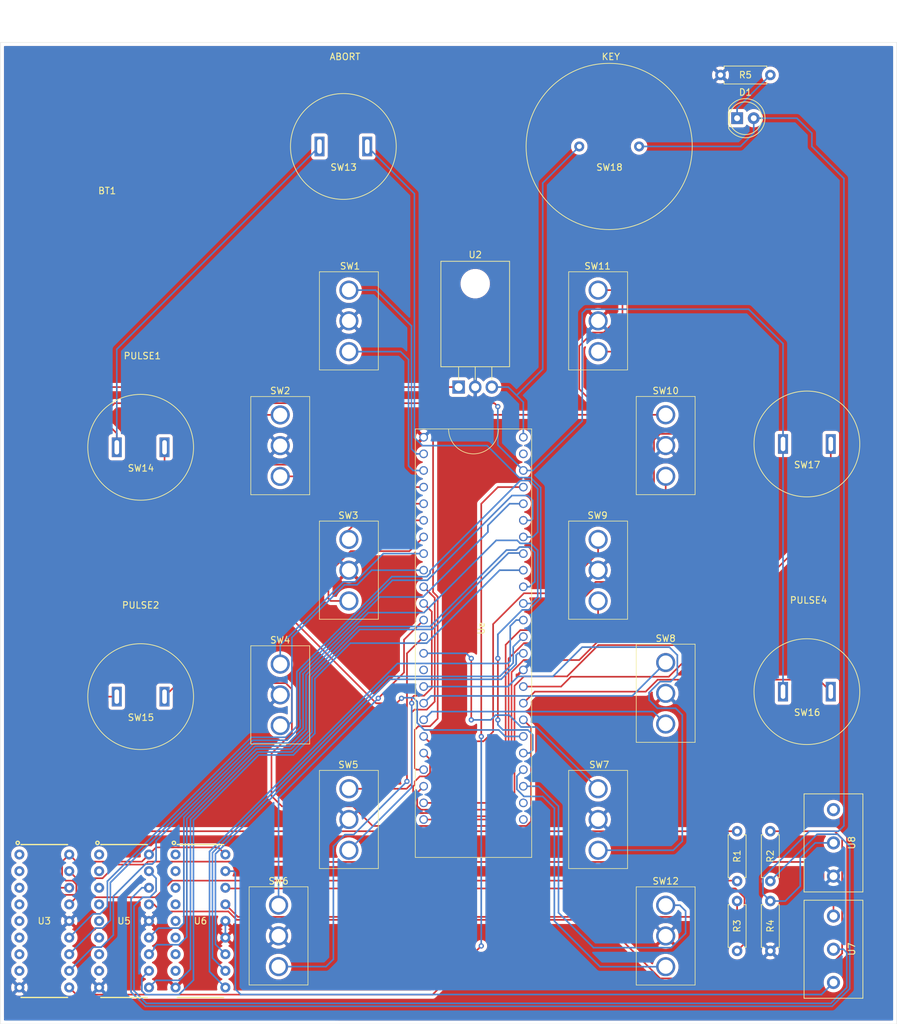
<source format=kicad_pcb>
(kicad_pcb (version 20171130) (host pcbnew "(5.1.10)-1")
  (title_block (date 2020-09-20) (rev Launchbox) (company v01) (comment 4 "Author: Ankit Khandelwal"))
  (layers (0 F.Cu signal hide) (31 B.Cu signal hide) (34 B.Paste user) (35 F.Paste user) (36 B.SilkS user) (37 F.SilkS user) (38 B.Mask user) (39 F.Mask user) (44 Edge.Cuts user))
  (net 0 "")
  (net 1 GND)
  (net 2 "Net-(SW1-Pad1)")
  (net 3 "Net-(SW1-Pad3)")
  (net 4 "Net-(SW2-Pad1)")
  (net 5 "Net-(SW2-Pad3)")
  (net 6 "Net-(SW3-Pad3)")
  (net 7 "Net-(SW3-Pad1)")
  (net 8 "Net-(SW4-Pad1)")
  (net 9 "Net-(SW4-Pad3)")
  (net 10 "Net-(SW6-Pad1)")
  (net 11 "Net-(SW6-Pad3)")
  (net 12 "Net-(SW7-Pad3)")
  (net 13 "Net-(SW7-Pad1)")
  (net 14 "Net-(SW8-Pad1)")
  (net 15 "Net-(SW8-Pad3)")
  (net 16 "Net-(SW9-Pad3)")
  (net 17 "Net-(SW9-Pad1)")
  (net 18 "Net-(SW10-Pad3)")
  (net 19 "Net-(SW10-Pad1)")
  (net 20 "Net-(SW11-Pad1)")
  (net 21 "Net-(SW11-Pad3)")
  (net 22 "Net-(SW12-Pad1)")
  (net 23 "Net-(SW12-Pad3)")
  (net 24 "Net-(SW14-Pad2)")
  (net 25 "Net-(SW15-Pad2)")
  (net 26 "Net-(SW16-Pad2)")
  (net 27 "Net-(SW17-Pad2)")
  (net 28 "Net-(U1-Pad13)")
  (net 29 "Net-(U1-Pad14)")
  (net 30 "Net-(U1-Pad15)")
  (net 31 "Net-(U1-Pad16)")
  (net 32 "Net-(U1-Pad17)")
  (net 33 "Net-(U1-Pad18)")
  (net 34 "Net-(U1-Pad19)")
  (net 35 "Net-(U1-Pad20)")
  (net 36 "Net-(U1-Pad21)")
  (net 37 "Net-(U1-Pad22)")
  (net 38 "Net-(U1-Pad23)")
  (net 39 "Net-(SW5-Pad1)")
  (net 40 "Net-(SW5-Pad3)")
  (net 41 "Net-(SW13-Pad2)")
  (net 42 VCC)
  (net 43 "Net-(R1-Pad2)")
  (net 44 "Net-(R1-Pad1)")
  (net 45 "Net-(R2-Pad2)")
  (net 46 "Net-(R2-Pad1)")
  (net 47 "Net-(R3-Pad2)")
  (net 48 "Net-(R3-Pad1)")
  (net 49 "Net-(U3-Pad17)")
  (net 50 "Net-(U5-Pad17)")
  (net 51 "Net-(U6-Pad17)")
  (net 52 "Net-(D1-Pad2)")
  (net 53 "Net-(D1-Pad1)")
  (net 54 3.3V)
  (net 55 "Net-(SW18-Pad1)")
  (module Launchbox:Pushbutton (layer F.Cu) (at 120.65 45.974)
    (fp_text reference SW18 (at 0.04064 3.19024) (layer F.SilkS))
    (fp_text value SW_Push)
    (pad 1 thru_hole circle (at -4.572 0 90) (size 1.524 1.524) (drill 0.762) (layers *.Cu *.Mask) (net 55 "Net-(SW18-Pad1)"))
    (pad 2 thru_hole circle (at 4.572 0 90) (size 1.524 1.524) (drill 0.762) (layers *.Cu *.Mask) (net 52 "Net-(D1-Pad2)"))
  )
  (module Launchbox:Pushbutton (layer F.Cu) (at 150.876 91.44)
    (fp_text reference SW17 (at 0.04064 3.19024) (layer F.SilkS))
    (fp_text value SW_Push)
    (pad 2 thru_hole rect (at 3.65 0 90) (size 3 1.524) (drill oval 2.2 0.7) (layers *.Cu *.Mask) (net 27 "Net-(SW17-Pad2)"))
    (pad 1 thru_hole rect (at -3.65 0 90) (size 3 1.524) (drill oval 2.2 0.7) (layers *.Cu *.Mask) (net 54 3.3V))
  )
  (module Launchbox:Pushbutton (layer F.Cu) (at 49.022 130.048)
    (fp_text reference SW15 (at 0.04064 3.19024) (layer F.SilkS))
    (fp_text value SW_Push)
    (pad 2 thru_hole rect (at 3.65 0 90) (size 3 1.524) (drill oval 2.2 0.7) (layers *.Cu *.Mask) (net 25 "Net-(SW15-Pad2)"))
    (pad 1 thru_hole rect (at -3.65 0 90) (size 3 1.524) (drill oval 2.2 0.7) (layers *.Cu *.Mask) (net 54 3.3V))
  )
  (module Launchbox:Pushbutton (layer F.Cu) (at 150.876 129.286)
    (fp_text reference SW16 (at 0.04064 3.19024) (layer F.SilkS))
    (fp_text value SW_Push)
    (pad 2 thru_hole rect (at 3.65 0 90) (size 3 1.524) (drill oval 2.2 0.7) (layers *.Cu *.Mask) (net 26 "Net-(SW16-Pad2)"))
    (pad 1 thru_hole rect (at -3.65 0 90) (size 3 1.524) (drill oval 2.2 0.7) (layers *.Cu *.Mask) (net 54 3.3V))
  )
  (module Launchbox:Pushbutton (layer F.Cu) (at 80.01 45.974)
    (fp_text reference SW13 (at 0.04064 3.19024) (layer F.SilkS))
    (fp_text value SW_Push)
    (pad 2 thru_hole rect (at 3.65 0 90) (size 3 1.524) (drill oval 2.2 0.7) (layers *.Cu *.Mask) (net 41 "Net-(SW13-Pad2)"))
    (pad 1 thru_hole rect (at -3.65 0 90) (size 3 1.524) (drill oval 2.2 0.7) (layers *.Cu *.Mask) (net 54 3.3V))
  )
  (module Launchbox:Pushbutton (layer F.Cu) (at 49.022 91.948)
    (fp_text reference SW14 (at 0.04064 3.19024) (layer F.SilkS))
    (fp_text value SW_Push)
    (pad 2 thru_hole rect (at 3.65 0 90) (size 3 1.524) (drill oval 2.2 0.7) (layers *.Cu *.Mask) (net 24 "Net-(SW14-Pad2)"))
    (pad 1 thru_hole rect (at -3.65 0 90) (size 3 1.524) (drill oval 2.2 0.7) (layers *.Cu *.Mask) (net 54 3.3V))
  )
  (module "Launchbox:Teensy 3.6" (layer F.Cu) (at 99.905 119.619 90)
    (fp_text reference Ue (at 0 1.187 90) (layer F.SilkS))
    (fp_text value Teensy3.6)
    (pad 40 thru_hole circle (at 29.21 7.62 90) (size 1.3208 1.3208) (drill 0.9398) (layers *.Cu *.Mask) (net 55 "Net-(SW18-Pad1)"))
    (pad 41 thru_hole circle (at 26.67 7.62 90) (size 1.3208 1.3208) (drill 0.9398) (layers *.Cu *.Mask))
    (pad 42 thru_hole circle (at 24.13 7.62 90) (size 1.3208 1.3208) (drill 0.9398) (layers *.Cu *.Mask) (net 54 3.3V))
    (pad 23 thru_hole circle (at 21.59 7.62 90) (size 1.3208 1.3208) (drill 0.9398) (layers *.Cu *.Mask) (net 38 "Net-(U1-Pad23)"))
    (pad 22 thru_hole circle (at 19.05 7.62 90) (size 1.3208 1.3208) (drill 0.9398) (layers *.Cu *.Mask) (net 37 "Net-(U1-Pad22)"))
    (pad 21 thru_hole circle (at 16.51 7.62 90) (size 1.3208 1.3208) (drill 0.9398) (layers *.Cu *.Mask) (net 36 "Net-(U1-Pad21)"))
    (pad 20 thru_hole circle (at 13.97 7.62 90) (size 1.3208 1.3208) (drill 0.9398) (layers *.Cu *.Mask) (net 35 "Net-(U1-Pad20)"))
    (pad 19 thru_hole circle (at 11.43 7.62 90) (size 1.3208 1.3208) (drill 0.9398) (layers *.Cu *.Mask) (net 34 "Net-(U1-Pad19)"))
    (pad 18 thru_hole circle (at 8.89 7.62 90) (size 1.3208 1.3208) (drill 0.9398) (layers *.Cu *.Mask) (net 33 "Net-(U1-Pad18)"))
    (pad 17 thru_hole circle (at 6.35 7.62 90) (size 1.3208 1.3208) (drill 0.9398) (layers *.Cu *.Mask) (net 32 "Net-(U1-Pad17)"))
    (pad 16 thru_hole circle (at 3.81 7.62 90) (size 1.3208 1.3208) (drill 0.9398) (layers *.Cu *.Mask) (net 31 "Net-(U1-Pad16)"))
    (pad 15 thru_hole circle (at 1.27 7.62 90) (size 1.3208 1.3208) (drill 0.9398) (layers *.Cu *.Mask) (net 30 "Net-(U1-Pad15)"))
    (pad 14 thru_hole circle (at -1.27 7.62 90) (size 1.3208 1.3208) (drill 0.9398) (layers *.Cu *.Mask) (net 29 "Net-(U1-Pad14)"))
    (pad 13 thru_hole circle (at -3.81 7.62 90) (size 1.3208 1.3208) (drill 0.9398) (layers *.Cu *.Mask) (net 28 "Net-(U1-Pad13)"))
    (pad 43 thru_hole circle (at -6.35 7.62 90) (size 1.3208 1.3208) (drill 0.9398) (layers *.Cu *.Mask) (net 1 GND))
    (pad 44 thru_hole circle (at -8.89 7.62 90) (size 1.3208 1.3208) (drill 0.9398) (layers *.Cu *.Mask) (net 27 "Net-(SW17-Pad2)"))
    (pad 45 thru_hole circle (at -11.43 7.62 90) (size 1.3208 1.3208) (drill 0.9398) (layers *.Cu *.Mask) (net 26 "Net-(SW16-Pad2)"))
    (pad 39 thru_hole circle (at -13.97 7.62 90) (size 1.3208 1.3208) (drill 0.9398) (layers *.Cu *.Mask) (net 25 "Net-(SW15-Pad2)"))
    (pad 38 thru_hole circle (at -16.51 7.62 90) (size 1.3208 1.3208) (drill 0.9398) (layers *.Cu *.Mask) (net 24 "Net-(SW14-Pad2)"))
    (pad 37 thru_hole circle (at -19.05 7.62 90) (size 1.3208 1.3208) (drill 0.9398) (layers *.Cu *.Mask) (net 41 "Net-(SW13-Pad2)"))
    (pad 36 thru_hole circle (at -21.59 7.62 90) (size 1.3208 1.3208) (drill 0.9398) (layers *.Cu *.Mask) (net 23 "Net-(SW12-Pad3)"))
    (pad 35 thru_hole circle (at -24.13 7.62 90) (size 1.3208 1.3208) (drill 0.9398) (layers *.Cu *.Mask) (net 22 "Net-(SW12-Pad1)"))
    (pad 34 thru_hole circle (at -26.67 7.62 90) (size 1.3208 1.3208) (drill 0.9398) (layers *.Cu *.Mask))
    (pad 33 thru_hole circle (at -29.21 7.62 90) (size 1.3208 1.3208) (drill 0.9398) (layers *.Cu *.Mask))
    (pad 46 thru_hole circle (at 29.21 -7.62 90) (size 1.3208 1.3208) (drill 0.9398) (layers *.Cu *.Mask) (net 1 GND))
    (pad 0 thru_hole circle (at 26.67 -7.62 90) (size 1.3208 1.3208) (drill 0.9398) (layers *.Cu *.Mask) (net 2 "Net-(SW1-Pad1)"))
    (pad 1 thru_hole circle (at 24.13 -7.62 90) (size 1.3208 1.3208) (drill 0.9398) (layers *.Cu *.Mask) (net 3 "Net-(SW1-Pad3)"))
    (pad 2 thru_hole circle (at 21.59 -7.62 90) (size 1.3208 1.3208) (drill 0.9398) (layers *.Cu *.Mask) (net 4 "Net-(SW2-Pad1)"))
    (pad 3 thru_hole circle (at 19.05 -7.62 90) (size 1.3208 1.3208) (drill 0.9398) (layers *.Cu *.Mask) (net 5 "Net-(SW2-Pad3)"))
    (pad 4 thru_hole circle (at 16.51 -7.62 90) (size 1.3208 1.3208) (drill 0.9398) (layers *.Cu *.Mask) (net 7 "Net-(SW3-Pad1)"))
    (pad 5 thru_hole circle (at 13.97 -7.62 90) (size 1.3208 1.3208) (drill 0.9398) (layers *.Cu *.Mask) (net 6 "Net-(SW3-Pad3)"))
    (pad 6 thru_hole circle (at 11.43 -7.62 90) (size 1.3208 1.3208) (drill 0.9398) (layers *.Cu *.Mask) (net 8 "Net-(SW4-Pad1)"))
    (pad 7 thru_hole circle (at 8.89 -7.62 90) (size 1.3208 1.3208) (drill 0.9398) (layers *.Cu *.Mask) (net 9 "Net-(SW4-Pad3)"))
    (pad 8 thru_hole circle (at 6.35 -7.62 90) (size 1.3208 1.3208) (drill 0.9398) (layers *.Cu *.Mask) (net 39 "Net-(SW5-Pad1)"))
    (pad 9 thru_hole circle (at 3.81 -7.62 90) (size 1.3208 1.3208) (drill 0.9398) (layers *.Cu *.Mask) (net 40 "Net-(SW5-Pad3)"))
    (pad 10 thru_hole circle (at 1.27 -7.62 90) (size 1.3208 1.3208) (drill 0.9398) (layers *.Cu *.Mask) (net 10 "Net-(SW6-Pad1)"))
    (pad 11 thru_hole circle (at -1.27 -7.62 90) (size 1.3208 1.3208) (drill 0.9398) (layers *.Cu *.Mask) (net 11 "Net-(SW6-Pad3)"))
    (pad 12 thru_hole circle (at -3.81 -7.62 90) (size 1.3208 1.3208) (drill 0.9398) (layers *.Cu *.Mask) (net 13 "Net-(SW7-Pad1)"))
    (pad 47 thru_hole circle (at -6.35 -7.62 90) (size 1.3208 1.3208) (drill 0.9398) (layers *.Cu *.Mask))
    (pad 24 thru_hole circle (at -8.89 -7.62 90) (size 1.3208 1.3208) (drill 0.9398) (layers *.Cu *.Mask) (net 12 "Net-(SW7-Pad3)"))
    (pad 25 thru_hole circle (at -11.43 -7.62 90) (size 1.3208 1.3208) (drill 0.9398) (layers *.Cu *.Mask) (net 14 "Net-(SW8-Pad1)"))
    (pad 26 thru_hole circle (at -13.97 -7.62 90) (size 1.3208 1.3208) (drill 0.9398) (layers *.Cu *.Mask) (net 15 "Net-(SW8-Pad3)"))
    (pad 27 thru_hole circle (at -16.51 -7.62 90) (size 1.3208 1.3208) (drill 0.9398) (layers *.Cu *.Mask) (net 17 "Net-(SW9-Pad1)"))
    (pad 28 thru_hole circle (at -19.05 -7.62 90) (size 1.3208 1.3208) (drill 0.9398) (layers *.Cu *.Mask) (net 16 "Net-(SW9-Pad3)"))
    (pad 29 thru_hole circle (at -21.59 -7.62 90) (size 1.3208 1.3208) (drill 0.9398) (layers *.Cu *.Mask) (net 19 "Net-(SW10-Pad1)"))
    (pad 30 thru_hole circle (at -24.13 -7.62 90) (size 1.3208 1.3208) (drill 0.9398) (layers *.Cu *.Mask) (net 18 "Net-(SW10-Pad3)"))
    (pad 31 thru_hole circle (at -26.67 -7.62 90) (size 1.3208 1.3208) (drill 0.9398) (layers *.Cu *.Mask) (net 20 "Net-(SW11-Pad1)"))
    (pad 32 thru_hole circle (at -29.21 -7.62 90) (size 1.3208 1.3208) (drill 0.9398) (layers *.Cu *.Mask) (net 21 "Net-(SW11-Pad3)"))
  )
  (module Launchbox:HT12E (layer F.Cu) (at 34.29 164.338 270)
    (fp_text reference U3 (at 0 0 180) (layer F.SilkS))
    (fp_text value HT12E)
    (pad 17 thru_hole circle (at -7.62 -3.81 270) (size 1.524 1.524) (drill 0.762) (layers *.Cu *.Mask) (net 49 "Net-(U3-Pad17)"))
    (pad 12 thru_hole circle (at 5.08 -3.81 270) (size 1.524 1.524) (drill 0.762) (layers *.Cu *.Mask) (net 36 "Net-(U1-Pad21)"))
    (pad 11 thru_hole circle (at 7.62 -3.81 270) (size 1.524 1.524) (drill 0.762) (layers *.Cu *.Mask) (net 37 "Net-(U1-Pad22)"))
    (pad 18 thru_hole circle (at -10.16 -3.81 270) (size 1.524 1.524) (drill 0.762) (layers *.Cu *.Mask) (net 54 3.3V))
    (pad 16 thru_hole circle (at -5.08 -3.81 270) (size 1.524 1.524) (drill 0.762) (layers *.Cu *.Mask) (net 44 "Net-(R1-Pad1)"))
    (pad 13 thru_hole circle (at 2.54 -3.81 270) (size 1.524 1.524) (drill 0.762) (layers *.Cu *.Mask) (net 35 "Net-(U1-Pad20)"))
    (pad 14 thru_hole circle (at 0 -3.81 270) (size 1.524 1.524) (drill 0.762) (layers *.Cu *.Mask) (net 1 GND))
    (pad 15 thru_hole circle (at -2.54 -3.81 270) (size 1.524 1.524) (drill 0.762) (layers *.Cu *.Mask) (net 43 "Net-(R1-Pad2)"))
    (pad 10 thru_hole circle (at 10.16 -3.81 270) (size 1.524 1.524) (drill 0.762) (layers *.Cu *.Mask) (net 38 "Net-(U1-Pad23)"))
    (pad 9 thru_hole circle (at 10.16 3.81 270) (size 1.524 1.524) (drill 0.762) (layers *.Cu *.Mask) (net 1 GND))
    (pad 8 thru_hole circle (at 7.62 3.81 270) (size 1.524 1.524) (drill 0.762) (layers *.Cu *.Mask))
    (pad 7 thru_hole circle (at 5.08 3.81 270) (size 1.524 1.524) (drill 0.762) (layers *.Cu *.Mask))
    (pad 6 thru_hole circle (at 2.54 3.81 270) (size 1.524 1.524) (drill 0.762) (layers *.Cu *.Mask))
    (pad 5 thru_hole circle (at 0 3.81 270) (size 1.524 1.524) (drill 0.762) (layers *.Cu *.Mask))
    (pad 4 thru_hole circle (at -2.54 3.81 270) (size 1.524 1.524) (drill 0.762) (layers *.Cu *.Mask))
    (pad 3 thru_hole circle (at -5.08 3.81 270) (size 1.524 1.524) (drill 0.762) (layers *.Cu *.Mask))
    (pad 2 thru_hole circle (at -7.62 3.81 270) (size 1.524 1.524) (drill 0.762) (layers *.Cu *.Mask))
    (pad 1 thru_hole circle (at -10.16 3.81 270) (size 1.524 1.524) (drill 0.762) (layers *.Cu *.Mask))
  )
  (module Resistor_THT:R_Axial_DIN0207_L6.3mm_D2.5mm_P7.62mm_Horizontal (layer F.Cu) (at 137.668 35.052)
    (fp_text reference R5 (at 3.81 0) (layer F.SilkS))
    (fp_text value R_US)
    (pad 2 thru_hole oval (at 7.62 0) (size 1.6 1.6) (drill 0.8) (layers *.Cu *.Mask) (net 53 "Net-(D1-Pad1)"))
    (pad 1 thru_hole circle (at 0 0) (size 1.6 1.6) (drill 0.8) (layers *.Cu *.Mask) (net 1 GND))
  )
  (module LED_THT:LED_D5.0mm (layer F.Cu) (at 140.208 41.656)
    (fp_text reference D1 (at 1.27 -3.96) (layer F.SilkS))
    (fp_text value LED)
    (pad 2 thru_hole circle (at 2.54 0) (size 1.8 1.8) (drill 0.9) (layers *.Cu *.Mask) (net 52 "Net-(D1-Pad2)"))
    (pad 1 thru_hole rect (at 0 0) (size 1.8 1.8) (drill 0.9) (layers *.Cu *.Mask) (net 53 "Net-(D1-Pad1)"))
  )
  (module Launchbox:SPDT_Slide_Switch (layer F.Cu) (at 129.286 129.54 270)
    (fp_text reference SW8 (at -8.382 0 180) (layer F.SilkS))
    (fp_text value SW_SPDT_MSM)
    (pad 3 thru_hole circle (at 4.699 0 270) (size 2.921 2.921) (drill 2.159) (layers *.Cu *.Mask) (net 15 "Net-(SW8-Pad3)"))
    (pad 2 thru_hole circle (at 0 0 270) (size 2.921 2.921) (drill 2.159) (layers *.Cu *.Mask) (net 1 GND))
    (pad 1 thru_hole circle (at -4.699 0 270) (size 2.921 2.921) (drill 2.159) (layers *.Cu *.Mask) (net 14 "Net-(SW8-Pad1)"))
  )
  (module Launchbox:HT12E (layer F.Cu) (at 58.166 164.338 270)
    (fp_text reference U6 (at 0 0 180) (layer F.SilkS))
    (fp_text value HT12E)
    (pad 17 thru_hole circle (at -7.62 -3.81 270) (size 1.524 1.524) (drill 0.762) (layers *.Cu *.Mask) (net 51 "Net-(U6-Pad17)"))
    (pad 12 thru_hole circle (at 5.08 -3.81 270) (size 1.524 1.524) (drill 0.762) (layers *.Cu *.Mask) (net 28 "Net-(U1-Pad13)"))
    (pad 11 thru_hole circle (at 7.62 -3.81 270) (size 1.524 1.524) (drill 0.762) (layers *.Cu *.Mask) (net 29 "Net-(U1-Pad14)"))
    (pad 18 thru_hole circle (at -10.16 -3.81 270) (size 1.524 1.524) (drill 0.762) (layers *.Cu *.Mask) (net 54 3.3V))
    (pad 16 thru_hole circle (at -5.08 -3.81 270) (size 1.524 1.524) (drill 0.762) (layers *.Cu *.Mask) (net 48 "Net-(R3-Pad1)"))
    (pad 13 thru_hole circle (at 2.54 -3.81 270) (size 1.524 1.524) (drill 0.762) (layers *.Cu *.Mask) (net 1 GND))
    (pad 14 thru_hole circle (at 0 -3.81 270) (size 1.524 1.524) (drill 0.762) (layers *.Cu *.Mask) (net 1 GND))
    (pad 15 thru_hole circle (at -2.54 -3.81 270) (size 1.524 1.524) (drill 0.762) (layers *.Cu *.Mask) (net 47 "Net-(R3-Pad2)"))
    (pad 10 thru_hole circle (at 10.16 -3.81 270) (size 1.524 1.524) (drill 0.762) (layers *.Cu *.Mask) (net 30 "Net-(U1-Pad15)"))
    (pad 9 thru_hole circle (at 10.16 3.81 270) (size 1.524 1.524) (drill 0.762) (layers *.Cu *.Mask) (net 1 GND))
    (pad 8 thru_hole circle (at 7.62 3.81 270) (size 1.524 1.524) (drill 0.762) (layers *.Cu *.Mask))
    (pad 7 thru_hole circle (at 5.08 3.81 270) (size 1.524 1.524) (drill 0.762) (layers *.Cu *.Mask))
    (pad 6 thru_hole circle (at 2.54 3.81 270) (size 1.524 1.524) (drill 0.762) (layers *.Cu *.Mask))
    (pad 5 thru_hole circle (at 0 3.81 270) (size 1.524 1.524) (drill 0.762) (layers *.Cu *.Mask))
    (pad 4 thru_hole circle (at -2.54 3.81 270) (size 1.524 1.524) (drill 0.762) (layers *.Cu *.Mask))
    (pad 3 thru_hole circle (at -5.08 3.81 270) (size 1.524 1.524) (drill 0.762) (layers *.Cu *.Mask))
    (pad 2 thru_hole circle (at -7.62 3.81 270) (size 1.524 1.524) (drill 0.762) (layers *.Cu *.Mask))
    (pad 1 thru_hole circle (at -10.16 3.81 270) (size 1.524 1.524) (drill 0.762) (layers *.Cu *.Mask))
  )
  (module Launchbox:SPDT_Slide_Switch (layer F.Cu) (at 118.955 110.729 270)
    (fp_text reference SW9 (at -8.367 0.083 180) (layer F.SilkS))
    (fp_text value SW_SPDT_MSM)
    (pad 3 thru_hole circle (at 4.699 0 270) (size 2.921 2.921) (drill 2.159) (layers *.Cu *.Mask) (net 16 "Net-(SW9-Pad3)"))
    (pad 2 thru_hole circle (at 0 0 270) (size 2.921 2.921) (drill 2.159) (layers *.Cu *.Mask) (net 1 GND))
    (pad 1 thru_hole circle (at -4.699 0 270) (size 2.921 2.921) (drill 2.159) (layers *.Cu *.Mask) (net 17 "Net-(SW9-Pad1)"))
  )
  (module Launchbox:SPDT_Slide_Switch (layer F.Cu) (at 118.955 148.829 270)
    (fp_text reference SW7 (at -8.367 -0.171 180) (layer F.SilkS))
    (fp_text value SW_SPDT_MSM)
    (pad 3 thru_hole circle (at 4.699 0 270) (size 2.921 2.921) (drill 2.159) (layers *.Cu *.Mask) (net 12 "Net-(SW7-Pad3)"))
    (pad 2 thru_hole circle (at 0 0 270) (size 2.921 2.921) (drill 2.159) (layers *.Cu *.Mask) (net 1 GND))
    (pad 1 thru_hole circle (at -4.699 0 270) (size 2.921 2.921) (drill 2.159) (layers *.Cu *.Mask) (net 13 "Net-(SW7-Pad1)"))
  )
  (module Launchbox:ScrewTerminals (layer F.Cu) (at 154.94 152.4 90)
    (fp_text reference U8 (at 0.02 2.794 90) (layer F.SilkS))
    (fp_text value SerialScrewTerminals)
    (pad 3 thru_hole circle (at 5.08 0 90) (size 2 2) (drill 1.2) (layers *.Cu *.Mask))
    (pad 2 thru_hole circle (at 0 0 90) (size 2 2) (drill 1.2) (layers *.Cu *.Mask) (net 52 "Net-(D1-Pad2)"))
    (pad 1 thru_hole circle (at -5.08 0 90) (size 2 2) (drill 1.2) (layers *.Cu *.Mask) (net 1 GND))
  )
  (module Launchbox:SPDT_Slide_Switch (layer F.Cu) (at 80.855 110.729 270)
    (fp_text reference SW3 (at -8.367 0.083 180) (layer F.SilkS))
    (fp_text value SW_SPDT_MSM)
    (pad 3 thru_hole circle (at 4.699 0 270) (size 2.921 2.921) (drill 2.159) (layers *.Cu *.Mask) (net 6 "Net-(SW3-Pad3)"))
    (pad 2 thru_hole circle (at 0 0 270) (size 2.921 2.921) (drill 2.159) (layers *.Cu *.Mask) (net 1 GND))
    (pad 1 thru_hole circle (at -4.699 0 270) (size 2.921 2.921) (drill 2.159) (layers *.Cu *.Mask) (net 7 "Net-(SW3-Pad1)"))
  )
  (module Launchbox:SPDT_Slide_Switch (layer F.Cu) (at 80.855 148.829 270)
    (fp_text reference SW5 (at -8.367 0.083 180) (layer F.SilkS))
    (fp_text value SW_SPDT_MSM)
    (pad 3 thru_hole circle (at 4.699 0 270) (size 2.921 2.921) (drill 2.159) (layers *.Cu *.Mask) (net 40 "Net-(SW5-Pad3)"))
    (pad 2 thru_hole circle (at 0 0 270) (size 2.921 2.921) (drill 2.159) (layers *.Cu *.Mask) (net 1 GND))
    (pad 1 thru_hole circle (at -4.699 0 270) (size 2.921 2.921) (drill 2.159) (layers *.Cu *.Mask) (net 39 "Net-(SW5-Pad1)"))
  )
  (module Launchbox:ScrewTerminals (layer F.Cu) (at 154.94 168.656 90)
    (fp_text reference U7 (at 0.02 2.794 90) (layer F.SilkS))
    (fp_text value SerialScrewTerminals)
    (pad 3 thru_hole circle (at 5.08 0 90) (size 2 2) (drill 1.2) (layers *.Cu *.Mask) (net 49 "Net-(U3-Pad17)"))
    (pad 2 thru_hole circle (at 0 0 90) (size 2 2) (drill 1.2) (layers *.Cu *.Mask) (net 50 "Net-(U5-Pad17)"))
    (pad 1 thru_hole circle (at -5.08 0 90) (size 2 2) (drill 1.2) (layers *.Cu *.Mask) (net 51 "Net-(U6-Pad17)"))
  )
  (module Launchbox:SPDT_Slide_Switch (layer F.Cu) (at 70.358 91.694 270)
    (fp_text reference SW2 (at -8.382 0 180) (layer F.SilkS))
    (fp_text value SW_SPDT_MSM)
    (pad 3 thru_hole circle (at 4.699 0 270) (size 2.921 2.921) (drill 2.159) (layers *.Cu *.Mask) (net 5 "Net-(SW2-Pad3)"))
    (pad 2 thru_hole circle (at 0 0 270) (size 2.921 2.921) (drill 2.159) (layers *.Cu *.Mask) (net 1 GND))
    (pad 1 thru_hole circle (at -4.699 0 270) (size 2.921 2.921) (drill 2.159) (layers *.Cu *.Mask) (net 4 "Net-(SW2-Pad1)"))
  )
  (module Launchbox:SPDT_Slide_Switch (layer F.Cu) (at 129.286 91.679 270)
    (fp_text reference SW10 (at -8.367 0 180) (layer F.SilkS))
    (fp_text value SW_SPDT_MSM)
    (pad 3 thru_hole circle (at 4.699 0 270) (size 2.921 2.921) (drill 2.159) (layers *.Cu *.Mask) (net 18 "Net-(SW10-Pad3)"))
    (pad 2 thru_hole circle (at 0 0 270) (size 2.921 2.921) (drill 2.159) (layers *.Cu *.Mask) (net 1 GND))
    (pad 1 thru_hole circle (at -4.699 0 270) (size 2.921 2.921) (drill 2.159) (layers *.Cu *.Mask) (net 19 "Net-(SW10-Pad1)"))
  )
  (module Launchbox:SPDT_Slide_Switch (layer F.Cu) (at 70.358 129.779 270)
    (fp_text reference SW4 (at -8.367 0 180) (layer F.SilkS))
    (fp_text value SW_SPDT_MSM)
    (pad 3 thru_hole circle (at 4.699 0 270) (size 2.921 2.921) (drill 2.159) (layers *.Cu *.Mask) (net 9 "Net-(SW4-Pad3)"))
    (pad 2 thru_hole circle (at 0 0 270) (size 2.921 2.921) (drill 2.159) (layers *.Cu *.Mask) (net 1 GND))
    (pad 1 thru_hole circle (at -4.699 0 270) (size 2.921 2.921) (drill 2.159) (layers *.Cu *.Mask) (net 8 "Net-(SW4-Pad1)"))
  )
  (module Launchbox:SPDT_Slide_Switch (layer F.Cu) (at 129.286 166.624 270)
    (fp_text reference SW12 (at -8.382 0 180) (layer F.SilkS))
    (fp_text value SW_SPDT_MSM)
    (pad 3 thru_hole circle (at 4.699 0 270) (size 2.921 2.921) (drill 2.159) (layers *.Cu *.Mask) (net 23 "Net-(SW12-Pad3)"))
    (pad 2 thru_hole circle (at 0 0 270) (size 2.921 2.921) (drill 2.159) (layers *.Cu *.Mask) (net 1 GND))
    (pad 1 thru_hole circle (at -4.699 0 270) (size 2.921 2.921) (drill 2.159) (layers *.Cu *.Mask) (net 22 "Net-(SW12-Pad1)"))
  )
  (module Resistor_THT:R_Axial_DIN0207_L6.3mm_D2.5mm_P7.62mm_Horizontal (layer F.Cu) (at 145.288 158.242 90)
    (fp_text reference R2 (at 3.81 0 90) (layer F.SilkS))
    (fp_text value R_US)
    (pad 2 thru_hole oval (at 7.62 0 90) (size 1.6 1.6) (drill 0.8) (layers *.Cu *.Mask) (net 45 "Net-(R2-Pad2)"))
    (pad 1 thru_hole circle (at 0 0 90) (size 1.6 1.6) (drill 0.8) (layers *.Cu *.Mask) (net 46 "Net-(R2-Pad1)"))
  )
  (module Package_TO_SOT_THT:TO-220F-3_Horizontal_TabDown (layer F.Cu) (at 97.63 82.744)
    (fp_text reference U2 (at 2.54 -20.22) (layer F.SilkS))
    (fp_text value L7805)
    (pad "" np_thru_hole oval (at 2.54 -15.8) (size 3.5 3.5) (drill 3.5) (layers *.Cu *.Mask))
    (pad 1 thru_hole rect (at 0 0) (size 1.905 2) (drill 1.2) (layers *.Cu *.Mask) (net 42 VCC))
    (pad 2 thru_hole oval (at 2.54 0) (size 1.905 2) (drill 1.2) (layers *.Cu *.Mask) (net 1 GND))
    (pad 3 thru_hole oval (at 5.08 0) (size 1.905 2) (drill 1.2) (layers *.Cu *.Mask) (net 55 "Net-(SW18-Pad1)"))
  )
  (module Launchbox:SPDT_Slide_Switch (layer F.Cu) (at 80.855 72.629 270)
    (fp_text reference SW1 (at -8.367 -0.171 180) (layer F.SilkS))
    (fp_text value SW_SPDT_MSM)
    (pad 3 thru_hole circle (at 4.699 0 270) (size 2.921 2.921) (drill 2.159) (layers *.Cu *.Mask) (net 3 "Net-(SW1-Pad3)"))
    (pad 2 thru_hole circle (at 0 0 270) (size 2.921 2.921) (drill 2.159) (layers *.Cu *.Mask) (net 1 GND))
    (pad 1 thru_hole circle (at -4.699 0 270) (size 2.921 2.921) (drill 2.159) (layers *.Cu *.Mask) (net 2 "Net-(SW1-Pad1)"))
  )
  (module Resistor_THT:R_Axial_DIN0207_L6.3mm_D2.5mm_P7.62mm_Horizontal (layer F.Cu) (at 145.288 168.91 90)
    (fp_text reference R4 (at 3.81 0 90) (layer F.SilkS))
    (fp_text value R_US)
    (pad 2 thru_hole oval (at 7.62 0 90) (size 1.6 1.6) (drill 0.8) (layers *.Cu *.Mask) (net 52 "Net-(D1-Pad2)"))
    (pad 1 thru_hole circle (at 0 0 90) (size 1.6 1.6) (drill 0.8) (layers *.Cu *.Mask) (net 1 GND))
  )
  (module Launchbox:HT12E (layer F.Cu) (at 46.482 164.338 270)
    (fp_text reference U5 (at 0 0 180) (layer F.SilkS))
    (fp_text value HT12E)
    (pad 17 thru_hole circle (at -7.62 -3.81 270) (size 1.524 1.524) (drill 0.762) (layers *.Cu *.Mask) (net 50 "Net-(U5-Pad17)"))
    (pad 12 thru_hole circle (at 5.08 -3.81 270) (size 1.524 1.524) (drill 0.762) (layers *.Cu *.Mask) (net 32 "Net-(U1-Pad17)"))
    (pad 11 thru_hole circle (at 7.62 -3.81 270) (size 1.524 1.524) (drill 0.762) (layers *.Cu *.Mask) (net 33 "Net-(U1-Pad18)"))
    (pad 18 thru_hole circle (at -10.16 -3.81 270) (size 1.524 1.524) (drill 0.762) (layers *.Cu *.Mask) (net 54 3.3V))
    (pad 16 thru_hole circle (at -5.08 -3.81 270) (size 1.524 1.524) (drill 0.762) (layers *.Cu *.Mask) (net 46 "Net-(R2-Pad1)"))
    (pad 13 thru_hole circle (at 2.54 -3.81 270) (size 1.524 1.524) (drill 0.762) (layers *.Cu *.Mask) (net 31 "Net-(U1-Pad16)"))
    (pad 14 thru_hole circle (at 0 -3.81 270) (size 1.524 1.524) (drill 0.762) (layers *.Cu *.Mask) (net 1 GND))
    (pad 15 thru_hole circle (at -2.54 -3.81 270) (size 1.524 1.524) (drill 0.762) (layers *.Cu *.Mask) (net 45 "Net-(R2-Pad2)"))
    (pad 10 thru_hole circle (at 10.16 -3.81 270) (size 1.524 1.524) (drill 0.762) (layers *.Cu *.Mask) (net 34 "Net-(U1-Pad19)"))
    (pad 9 thru_hole circle (at 10.16 3.81 270) (size 1.524 1.524) (drill 0.762) (layers *.Cu *.Mask) (net 1 GND))
    (pad 8 thru_hole circle (at 7.62 3.81 270) (size 1.524 1.524) (drill 0.762) (layers *.Cu *.Mask))
    (pad 7 thru_hole circle (at 5.08 3.81 270) (size 1.524 1.524) (drill 0.762) (layers *.Cu *.Mask))
    (pad 6 thru_hole circle (at 2.54 3.81 270) (size 1.524 1.524) (drill 0.762) (layers *.Cu *.Mask))
    (pad 5 thru_hole circle (at 0 3.81 270) (size 1.524 1.524) (drill 0.762) (layers *.Cu *.Mask))
    (pad 4 thru_hole circle (at -2.54 3.81 270) (size 1.524 1.524) (drill 0.762) (layers *.Cu *.Mask))
    (pad 3 thru_hole circle (at -5.08 3.81 270) (size 1.524 1.524) (drill 0.762) (layers *.Cu *.Mask))
    (pad 2 thru_hole circle (at -7.62 3.81 270) (size 1.524 1.524) (drill 0.762) (layers *.Cu *.Mask))
    (pad 1 thru_hole circle (at -10.16 3.81 270) (size 1.524 1.524) (drill 0.762) (layers *.Cu *.Mask))
  )
  (module Launchbox:Lipo_Battery_Connector (layer F.Cu) (at 43.688 45.974)
    (fp_text reference BT1 (at 0.21 6.78) (layer F.SilkS))
    (fp_text value Battery_Cell)
    (pad 2 smd rect (at 7.62 0) (size 9.525 9.525) (layers F.Cu F.Paste F.Mask) (net 1 GND))
    (pad 1 smd rect (at -7.62 0) (size 9.525 9.525) (layers F.Cu F.Paste F.Mask) (net 42 VCC))
  )
  (module Launchbox:SPDT_Slide_Switch (layer F.Cu) (at 70.104 166.609 270)
    (fp_text reference SW6 (at -8.367 0 180) (layer F.SilkS))
    (fp_text value SW_SPDT_MSM)
    (pad 3 thru_hole circle (at 4.699 0 270) (size 2.921 2.921) (drill 2.159) (layers *.Cu *.Mask) (net 11 "Net-(SW6-Pad3)"))
    (pad 2 thru_hole circle (at 0 0 270) (size 2.921 2.921) (drill 2.159) (layers *.Cu *.Mask) (net 1 GND))
    (pad 1 thru_hole circle (at -4.699 0 270) (size 2.921 2.921) (drill 2.159) (layers *.Cu *.Mask) (net 10 "Net-(SW6-Pad1)"))
  )
  (module Resistor_THT:R_Axial_DIN0207_L6.3mm_D2.5mm_P7.62mm_Horizontal (layer F.Cu) (at 140.208 150.622 270)
    (fp_text reference R1 (at 3.81 0 90) (layer F.SilkS))
    (fp_text value R_US)
    (pad 2 thru_hole oval (at 7.62 0 270) (size 1.6 1.6) (drill 0.8) (layers *.Cu *.Mask) (net 43 "Net-(R1-Pad2)"))
    (pad 1 thru_hole circle (at 0 0 270) (size 1.6 1.6) (drill 0.8) (layers *.Cu *.Mask) (net 44 "Net-(R1-Pad1)"))
  )
  (module Launchbox:SPDT_Slide_Switch (layer F.Cu) (at 118.955 72.629 270)
    (fp_text reference SW11 (at -8.367 0.083 180) (layer F.SilkS))
    (fp_text value SW_SPDT_MSM)
    (pad 3 thru_hole circle (at 4.699 0 270) (size 2.921 2.921) (drill 2.159) (layers *.Cu *.Mask) (net 21 "Net-(SW11-Pad3)"))
    (pad 2 thru_hole circle (at 0 0 270) (size 2.921 2.921) (drill 2.159) (layers *.Cu *.Mask) (net 1 GND))
    (pad 1 thru_hole circle (at -4.699 0 270) (size 2.921 2.921) (drill 2.159) (layers *.Cu *.Mask) (net 20 "Net-(SW11-Pad1)"))
  )
  (module Resistor_THT:R_Axial_DIN0207_L6.3mm_D2.5mm_P7.62mm_Horizontal (layer F.Cu) (at 140.208 168.91 90)
    (fp_text reference R3 (at 3.81 0 90) (layer F.SilkS))
    (fp_text value R_US)
    (pad 2 thru_hole oval (at 7.62 0 90) (size 1.6 1.6) (drill 0.8) (layers *.Cu *.Mask) (net 47 "Net-(R3-Pad2)"))
    (pad 1 thru_hole circle (at 0 0 90) (size 1.6 1.6) (drill 0.8) (layers *.Cu *.Mask) (net 48 "Net-(R3-Pad1)"))
  )
  (gr_line (start 164.592 30.086) (end 164.592 180.086) (layer Edge.Cuts) (width 0.05))
  (gr_line (start 27.592 30.086) (end 164.592 30.086) (layer Edge.Cuts) (width 0.05))
  (gr_line (start 27.592 180.086) (end 27.592 30.086) (layer Edge.Cuts) (width 0.05))
  (gr_line (start 164.592 180.086) (end 27.592 180.086) (layer Edge.Cuts) (width 0.05))
  (gr_text KEY (at 120.904 32.258) (layer F.SilkS) (effects (font (size 1 1))))
  (gr_text PULSE1 (at 49.276 77.978) (layer F.SilkS) (effects (font (size 1 1))))
  (gr_text ABORT (at 80.264 32.258) (layer F.SilkS) (effects (font (size 1 1))))
  (gr_text PULSE2 (at 49.022 116.078) (layer F.SilkS) (effects (font (size 1 1))))
  (gr_text PULSE4 (at 151.13 115.316) (layer F.SilkS) (effects (font (size 1 1))))
  (segment (start 61.976 164.338) (end 61.976 166.878) (width 0.25) (layer B.Cu) (net 1))
  (segment (start 119.956 147.828) (end 118.955 148.829) (width 0.25) (layer B.Cu) (net 1))
  (segment (start 54.356 174.498) (end 61.976 166.878) (width 0.25) (layer F.Cu) (net 1))
  (segment (start 80.855 67.93) (end 84.948 67.93) (width 0.25) (layer B.Cu) (net 2))
  (segment (start 84.948 67.93) (end 90.424 73.406) (width 0.25) (layer B.Cu) (net 2))
  (segment (start 90.424 73.406) (end 90.424 92.202) (width 0.25) (layer B.Cu) (net 2))
  (segment (start 91.171 92.949) (end 92.285 92.949) (width 0.25) (layer B.Cu) (net 2))
  (segment (start 90.424 92.202) (end 91.171 92.949) (width 0.25) (layer B.Cu) (net 2))
  (segment (start 80.855 77.328) (end 88.758 77.328) (width 0.25) (layer B.Cu) (net 3))
  (segment (start 88.758 77.328) (end 89.97399 78.54399) (width 0.25) (layer B.Cu) (net 3))
  (segment (start 89.97399 78.54399) (end 89.97399 94.79999) (width 0.25) (layer B.Cu) (net 3))
  (segment (start 90.663 95.489) (end 92.285 95.489) (width 0.25) (layer B.Cu) (net 3))
  (segment (start 89.97399 94.79999) (end 90.663 95.489) (width 0.25) (layer B.Cu) (net 3))
  (segment (start 70.358 86.995) (end 68.199 86.995) (width 0.25) (layer F.Cu) (net 4))
  (segment (start 68.199 86.995) (end 67.564 87.63) (width 0.25) (layer F.Cu) (net 4))
  (segment (start 67.564 87.63) (end 67.564 92.964) (width 0.25) (layer F.Cu) (net 4))
  (segment (start 69.207499 94.607499) (end 87.495499 94.607499) (width 0.25) (layer F.Cu) (net 4))
  (segment (start 67.564 92.964) (end 69.207499 94.607499) (width 0.25) (layer F.Cu) (net 4))
  (segment (start 90.917 98.029) (end 92.285 98.029) (width 0.25) (layer F.Cu) (net 4))
  (segment (start 87.495499 94.607499) (end 90.917 98.029) (width 0.25) (layer F.Cu) (net 4))
  (segment (start 70.358 96.393) (end 85.979 96.393) (width 0.25) (layer F.Cu) (net 5))
  (segment (start 90.155 100.569) (end 92.285 100.569) (width 0.25) (layer F.Cu) (net 5))
  (segment (start 85.979 96.393) (end 90.155 100.569) (width 0.25) (layer F.Cu) (net 5))
  (segment (start 81.125957 107.815501) (end 77.724 111.217458) (width 0.25) (layer F.Cu) (net 6))
  (segment (start 77.724 115.062) (end 78.09 115.428) (width 0.25) (layer F.Cu) (net 6))
  (segment (start 78.09 115.428) (end 80.855 115.428) (width 0.25) (layer F.Cu) (net 6))
  (segment (start 77.724 111.217458) (end 77.724 115.062) (width 0.25) (layer F.Cu) (net 6))
  (segment (start 92.285 105.649) (end 90.118499 107.815501) (width 0.25) (layer F.Cu) (net 6))
  (segment (start 90.118499 107.815501) (end 81.125957 107.815501) (width 0.25) (layer F.Cu) (net 6))
  (segment (start 80.855 106.03) (end 80.855 104.565) (width 0.25) (layer F.Cu) (net 7))
  (segment (start 82.311 103.109) (end 92.285 103.109) (width 0.25) (layer F.Cu) (net 7))
  (segment (start 80.855 104.565) (end 82.311 103.109) (width 0.25) (layer F.Cu) (net 7))
  (segment (start 79.997959 112.514501) (end 81.795499 112.514501) (width 0.25) (layer B.Cu) (net 8))
  (segment (start 70.358 122.15446) (end 79.997959 112.514501) (width 0.25) (layer B.Cu) (net 8))
  (segment (start 70.358 125.08) (end 70.358 122.15446) (width 0.25) (layer B.Cu) (net 8))
  (segment (start 86.121 108.189) (end 92.285 108.189) (width 0.25) (layer B.Cu) (net 8))
  (segment (start 81.795499 112.514501) (end 86.121 108.189) (width 0.25) (layer B.Cu) (net 8))
  (segment (start 70.358 134.478) (end 71.516 134.478) (width 0.25) (layer B.Cu) (net 9))
  (segment (start 72.143501 133.850499) (end 72.143501 121.005369) (width 0.25) (layer B.Cu) (net 9))
  (segment (start 71.516 134.478) (end 72.143501 133.850499) (width 0.25) (layer B.Cu) (net 9))
  (segment (start 80.184359 112.964511) (end 82.107489 112.964511) (width 0.25) (layer B.Cu) (net 9))
  (segment (start 72.143501 121.005369) (end 80.184359 112.964511) (width 0.25) (layer B.Cu) (net 9))
  (segment (start 84.343 110.729) (end 92.285 110.729) (width 0.25) (layer B.Cu) (net 9))
  (segment (start 82.107489 112.964511) (end 84.343 110.729) (width 0.25) (layer B.Cu) (net 9))
  (via (at 85.344 130.302) (size 0.8) (drill 0.4) (layers F.Cu B.Cu) (net 10))
  (segment (start 70.104 145.542) (end 85.344 130.302) (width 0.25) (layer B.Cu) (net 10))
  (segment (start 70.104 161.91) (end 70.104 145.542) (width 0.25) (layer B.Cu) (net 10))
  (segment (start 85.344 130.302) (end 89.28599 126.36001) (width 0.25) (layer F.Cu) (net 10))
  (segment (start 89.28599 121.34801) (end 92.285 118.349) (width 0.25) (layer F.Cu) (net 10))
  (segment (start 89.28599 126.36001) (end 89.28599 121.34801) (width 0.25) (layer F.Cu) (net 10))
  (via (at 89.736 142.997347) (size 0.8) (drill 0.4) (layers F.Cu B.Cu) (net 11))
  (segment (start 89.736 123.438) (end 89.736 142.997347) (width 0.25) (layer F.Cu) (net 11))
  (segment (start 92.285 120.889) (end 89.736 123.438) (width 0.25) (layer F.Cu) (net 11))
  (segment (start 89.736 142.997347) (end 81.603347 151.13) (width 0.25) (layer B.Cu) (net 11))
  (segment (start 81.603347 151.13) (end 80.264 151.13) (width 0.25) (layer B.Cu) (net 11))
  (segment (start 80.264 151.13) (end 78.486 152.908) (width 0.25) (layer B.Cu) (net 11))
  (segment (start 78.486 152.908) (end 78.486 170.18) (width 0.25) (layer B.Cu) (net 11))
  (segment (start 77.358 171.308) (end 70.104 171.308) (width 0.25) (layer B.Cu) (net 11))
  (segment (start 78.486 170.18) (end 77.358 171.308) (width 0.25) (layer B.Cu) (net 11))
  (segment (start 130.444 153.528) (end 118.955 153.528) (width 0.25) (layer B.Cu) (net 12))
  (segment (start 131.826 152.146) (end 130.444 153.528) (width 0.25) (layer B.Cu) (net 12))
  (segment (start 130.81 131.826) (end 131.826 132.842) (width 0.25) (layer B.Cu) (net 12))
  (segment (start 92.285 128.509) (end 105.171 128.509) (width 0.25) (layer B.Cu) (net 12))
  (segment (start 105.171 128.509) (end 106.725599 126.954401) (width 0.25) (layer B.Cu) (net 12))
  (segment (start 106.725599 126.954401) (end 112.059599 126.954401) (width 0.25) (layer B.Cu) (net 12))
  (segment (start 130.055501 127.754499) (end 128.428959 127.754499) (width 0.25) (layer B.Cu) (net 12))
  (segment (start 112.059599 126.954401) (end 116.524491 122.489509) (width 0.25) (layer B.Cu) (net 12))
  (segment (start 126.746 129.437458) (end 126.746 130.556) (width 0.25) (layer B.Cu) (net 12))
  (segment (start 116.524491 122.489509) (end 129.855509 122.489509) (width 0.25) (layer B.Cu) (net 12))
  (segment (start 129.855509 122.489509) (end 131.071501 123.705501) (width 0.25) (layer B.Cu) (net 12))
  (segment (start 131.826 132.842) (end 131.826 152.146) (width 0.25) (layer B.Cu) (net 12))
  (segment (start 131.071501 123.705501) (end 131.071501 126.738499) (width 0.25) (layer B.Cu) (net 12))
  (segment (start 131.071501 126.738499) (end 130.055501 127.754499) (width 0.25) (layer B.Cu) (net 12))
  (segment (start 128.428959 127.754499) (end 126.746 129.437458) (width 0.25) (layer B.Cu) (net 12))
  (segment (start 126.746 130.556) (end 128.016 131.826) (width 0.25) (layer B.Cu) (net 12))
  (segment (start 128.016 131.826) (end 130.81 131.826) (width 0.25) (layer B.Cu) (net 12))
  (via (at 99.568 133.604) (size 0.8) (drill 0.4) (layers F.Cu B.Cu) (net 13))
  (via (at 99.568 124.206) (size 0.8) (drill 0.4) (layers F.Cu B.Cu) (net 13))
  (segment (start 99.568 133.604) (end 99.568 124.206) (width 0.25) (layer F.Cu) (net 13))
  (segment (start 98.791 123.429) (end 99.568 124.206) (width 0.25) (layer B.Cu) (net 13))
  (segment (start 92.285 123.429) (end 98.791 123.429) (width 0.25) (layer B.Cu) (net 13))
  (segment (start 99.568 133.604) (end 102.558998 133.604) (width 0.25) (layer B.Cu) (net 13))
  (segment (start 109.518589 134.693589) (end 118.955 144.13) (width 0.25) (layer B.Cu) (net 13))
  (segment (start 107.171195 134.693589) (end 109.518589 134.693589) (width 0.25) (layer B.Cu) (net 13))
  (segment (start 105.356605 132.878999) (end 107.171195 134.693589) (width 0.25) (layer B.Cu) (net 13))
  (segment (start 103.283999 132.878999) (end 105.356605 132.878999) (width 0.25) (layer B.Cu) (net 13))
  (segment (start 102.558998 133.604) (end 103.283999 132.878999) (width 0.25) (layer B.Cu) (net 13))
  (segment (start 93.38959 129.94441) (end 92.285 131.049) (width 0.25) (layer B.Cu) (net 14))
  (segment (start 124.18259 129.94441) (end 93.38959 129.94441) (width 0.25) (layer B.Cu) (net 14))
  (segment (start 129.286 124.841) (end 124.18259 129.94441) (width 0.25) (layer B.Cu) (net 14))
  (segment (start 129.286 134.239) (end 128.950599 134.574401) (width 0.25) (layer F.Cu) (net 15))
  (segment (start 92.285 133.589) (end 93.54 132.334) (width 0.25) (layer B.Cu) (net 15))
  (segment (start 127.381 132.334) (end 129.286 134.239) (width 0.25) (layer B.Cu) (net 15))
  (segment (start 93.54 132.334) (end 127.381 132.334) (width 0.25) (layer B.Cu) (net 15))
  (segment (start 118.955 121.58018) (end 118.955 115.428) (width 0.25) (layer F.Cu) (net 16))
  (segment (start 116.07518 124.46) (end 118.955 121.58018) (width 0.25) (layer F.Cu) (net 16))
  (segment (start 105.72199 126.313616) (end 107.575606 124.46) (width 0.25) (layer F.Cu) (net 16))
  (segment (start 107.575606 124.46) (end 116.07518 124.46) (width 0.25) (layer F.Cu) (net 16))
  (segment (start 105.72199 147.1336) (end 105.72199 126.313616) (width 0.25) (layer F.Cu) (net 16))
  (segment (start 93.233599 147.843599) (end 93.726 148.336) (width 0.25) (layer F.Cu) (net 16))
  (segment (start 104.51959 148.336) (end 105.72199 147.1336) (width 0.25) (layer F.Cu) (net 16))
  (segment (start 93.726 148.336) (end 104.51959 148.336) (width 0.25) (layer F.Cu) (net 16))
  (segment (start 90.678 147.574) (end 90.947599 147.843599) (width 0.25) (layer F.Cu) (net 16))
  (segment (start 90.678 143.764759) (end 90.678 147.574) (width 0.25) (layer F.Cu) (net 16))
  (segment (start 90.911011 143.022989) (end 90.91101 143.531749) (width 0.25) (layer F.Cu) (net 16))
  (segment (start 91.694 142.24) (end 90.911011 143.022989) (width 0.25) (layer F.Cu) (net 16))
  (segment (start 92.712394 142.24) (end 91.694 142.24) (width 0.25) (layer F.Cu) (net 16))
  (segment (start 93.270401 141.681993) (end 92.712394 142.24) (width 0.25) (layer F.Cu) (net 16))
  (segment (start 93.270401 139.654401) (end 93.270401 141.681993) (width 0.25) (layer F.Cu) (net 16))
  (segment (start 90.947599 147.843599) (end 92.186401 147.843599) (width 0.25) (layer F.Cu) (net 16))
  (segment (start 92.285 138.669) (end 93.270401 139.654401) (width 0.25) (layer F.Cu) (net 16))
  (segment (start 90.91101 143.531749) (end 90.678 143.764759) (width 0.25) (layer F.Cu) (net 16))
  (segment (start 92.186401 147.843599) (end 93.233599 147.843599) (width 0.25) (layer F.Cu) (net 16))
  (segment (start 91.812007 147.843599) (end 92.186401 147.843599) (width 0.25) (layer F.Cu) (net 16))
  (segment (start 118.955 108.121) (end 118.955 106.03) (width 0.25) (layer F.Cu) (net 17))
  (segment (start 107.621205 114.254401) (end 112.821599 114.254401) (width 0.25) (layer F.Cu) (net 17))
  (segment (start 102.906999 118.968607) (end 107.621205 114.254401) (width 0.25) (layer F.Cu) (net 17))
  (segment (start 102.906999 135.402003) (end 102.906999 118.968607) (width 0.25) (layer F.Cu) (net 17))
  (segment (start 101.440001 136.869001) (end 102.906999 135.402003) (width 0.25) (layer F.Cu) (net 17))
  (segment (start 93.025001 136.869001) (end 101.440001 136.869001) (width 0.25) (layer F.Cu) (net 17))
  (segment (start 92.285 136.129) (end 93.025001 136.869001) (width 0.25) (layer F.Cu) (net 17))
  (segment (start 112.821599 114.254401) (end 114.808 112.268) (width 0.25) (layer F.Cu) (net 17))
  (segment (start 114.808 112.268) (end 118.955 108.121) (width 0.25) (layer F.Cu) (net 17))
  (segment (start 92.285 143.749) (end 91.299599 144.734401) (width 0.25) (layer F.Cu) (net 18))
  (segment (start 91.299599 144.734401) (end 91.299599 146.761993) (width 0.25) (layer F.Cu) (net 18))
  (segment (start 116.586 115.154458) (end 118.710458 113.03) (width 0.25) (layer F.Cu) (net 18))
  (segment (start 91.299599 146.761993) (end 91.857606 147.32) (width 0.25) (layer F.Cu) (net 18))
  (segment (start 116.586 120.904) (end 116.586 115.154458) (width 0.25) (layer F.Cu) (net 18))
  (segment (start 91.857606 147.32) (end 104.648 147.32) (width 0.25) (layer F.Cu) (net 18))
  (segment (start 104.648 147.32) (end 105.27198 146.69602) (width 0.25) (layer F.Cu) (net 18))
  (segment (start 105.27198 146.69602) (end 105.27198 124.223626) (width 0.25) (layer F.Cu) (net 18))
  (segment (start 107.621205 121.874401) (end 115.615599 121.874401) (width 0.25) (layer F.Cu) (net 18))
  (segment (start 105.27198 124.223626) (end 107.621205 121.874401) (width 0.25) (layer F.Cu) (net 18))
  (segment (start 129.286 111.506) (end 129.286 96.378) (width 0.25) (layer F.Cu) (net 18))
  (segment (start 115.615599 121.874401) (end 116.586 120.904) (width 0.25) (layer F.Cu) (net 18))
  (segment (start 118.710458 113.03) (end 127.762 113.03) (width 0.25) (layer F.Cu) (net 18))
  (segment (start 127.762 113.03) (end 129.286 111.506) (width 0.25) (layer F.Cu) (net 18))
  (segment (start 129.286 86.98) (end 94.884 86.98) (width 0.25) (layer F.Cu) (net 19))
  (segment (start 94.884 86.98) (end 93.726 88.138) (width 0.25) (layer F.Cu) (net 19))
  (segment (start 94.43001 114.7776) (end 94.43001 133.40799) (width 0.25) (layer F.Cu) (net 19))
  (segment (start 93.726 114.07359) (end 94.43001 114.7776) (width 0.25) (layer F.Cu) (net 19))
  (segment (start 93.726 88.138) (end 93.726 114.07359) (width 0.25) (layer F.Cu) (net 19))
  (segment (start 93.263599 134.574401) (end 91.485599 134.574401) (width 0.25) (layer F.Cu) (net 19))
  (segment (start 94.43001 133.40799) (end 93.263599 134.574401) (width 0.25) (layer F.Cu) (net 19))
  (segment (start 91.485599 134.574401) (end 90.932 135.128) (width 0.25) (layer F.Cu) (net 19))
  (segment (start 90.932 135.128) (end 90.932 140.97) (width 0.25) (layer F.Cu) (net 19))
  (segment (start 91.171 141.209) (end 92.285 141.209) (width 0.25) (layer F.Cu) (net 19))
  (segment (start 90.932 140.97) (end 91.171 141.209) (width 0.25) (layer F.Cu) (net 19))
  (segment (start 122.286 67.93) (end 118.955 67.93) (width 0.25) (layer F.Cu) (net 20))
  (segment (start 119.812041 74.414501) (end 122.682 71.544542) (width 0.25) (layer F.Cu) (net 20))
  (segment (start 118.117499 74.414501) (end 119.812041 74.414501) (width 0.25) (layer F.Cu) (net 20))
  (segment (start 122.682 71.544542) (end 122.682 68.326) (width 0.25) (layer F.Cu) (net 20))
  (segment (start 116.078 76.454) (end 118.117499 74.414501) (width 0.25) (layer F.Cu) (net 20))
  (segment (start 116.078 83.058) (end 116.078 76.454) (width 0.25) (layer F.Cu) (net 20))
  (segment (start 117.602 84.582) (end 116.078 83.058) (width 0.25) (layer F.Cu) (net 20))
  (segment (start 130.81 84.582) (end 117.602 84.582) (width 0.25) (layer F.Cu) (net 20))
  (segment (start 132.08 85.852) (end 130.81 84.582) (width 0.25) (layer F.Cu) (net 20))
  (segment (start 132.08 88.646) (end 132.08 85.852) (width 0.25) (layer F.Cu) (net 20))
  (segment (start 130.832501 89.893499) (end 132.08 88.646) (width 0.25) (layer F.Cu) (net 20))
  (segment (start 118.582048 112.522) (end 125.222 112.522) (width 0.25) (layer F.Cu) (net 20))
  (segment (start 104.409 146.289) (end 104.82197 145.87603) (width 0.25) (layer F.Cu) (net 20))
  (segment (start 116.135991 114.968057) (end 118.582048 112.522) (width 0.25) (layer F.Cu) (net 20))
  (segment (start 104.82197 145.87603) (end 104.82197 122.133636) (width 0.25) (layer F.Cu) (net 20))
  (segment (start 104.82197 122.133636) (end 107.067606 119.888) (width 0.25) (layer F.Cu) (net 20))
  (segment (start 122.682 68.326) (end 122.286 67.93) (width 0.25) (layer F.Cu) (net 20))
  (segment (start 127.500499 90.821959) (end 128.428959 89.893499) (width 0.25) (layer F.Cu) (net 20))
  (segment (start 92.285 146.289) (end 104.409 146.289) (width 0.25) (layer F.Cu) (net 20))
  (segment (start 107.067606 119.888) (end 115.824 119.888) (width 0.25) (layer F.Cu) (net 20))
  (segment (start 115.824 119.888) (end 116.13599 119.57601) (width 0.25) (layer F.Cu) (net 20))
  (segment (start 116.13599 119.57601) (end 116.135991 114.968057) (width 0.25) (layer F.Cu) (net 20))
  (segment (start 125.222 112.522) (end 127.500499 110.243501) (width 0.25) (layer F.Cu) (net 20))
  (segment (start 127.500499 110.243501) (end 127.500499 90.821959) (width 0.25) (layer F.Cu) (net 20))
  (segment (start 128.428959 89.893499) (end 130.832501 89.893499) (width 0.25) (layer F.Cu) (net 20))
  (segment (start 92.285 148.829) (end 104.663 148.829) (width 0.25) (layer F.Cu) (net 21))
  (segment (start 104.663 148.829) (end 106.172 147.32) (width 0.25) (layer F.Cu) (net 21))
  (segment (start 114.217189 126.954401) (end 118.99759 122.174) (width 0.25) (layer F.Cu) (net 21))
  (segment (start 107.621205 126.954401) (end 114.217189 126.954401) (width 0.25) (layer F.Cu) (net 21))
  (segment (start 106.172 128.403606) (end 107.621205 126.954401) (width 0.25) (layer F.Cu) (net 21))
  (segment (start 106.172 147.32) (end 106.172 128.403606) (width 0.25) (layer F.Cu) (net 21))
  (segment (start 118.99759 122.174) (end 133.604 122.174) (width 0.25) (layer F.Cu) (net 21))
  (segment (start 133.604 122.174) (end 136.144 119.634) (width 0.25) (layer F.Cu) (net 21))
  (segment (start 136.144 119.634) (end 136.144 79.756) (width 0.25) (layer F.Cu) (net 21))
  (segment (start 133.716 77.328) (end 118.955 77.328) (width 0.25) (layer F.Cu) (net 21))
  (segment (start 136.144 79.756) (end 133.716 77.328) (width 0.25) (layer F.Cu) (net 21))
  (segment (start 109.84141 143.749) (end 107.525 143.749) (width 0.25) (layer B.Cu) (net 22))
  (segment (start 112.90441 146.812) (end 109.84141 143.749) (width 0.25) (layer B.Cu) (net 22))
  (segment (start 130.143041 168.409501) (end 132.334 166.218542) (width 0.25) (layer B.Cu) (net 22))
  (segment (start 118.243091 168.409501) (end 130.143041 168.409501) (width 0.25) (layer B.Cu) (net 22))
  (segment (start 112.90441 163.07082) (end 118.243091 168.409501) (width 0.25) (layer B.Cu) (net 22))
  (segment (start 112.90441 146.812) (end 112.90441 163.07082) (width 0.25) (layer B.Cu) (net 22))
  (segment (start 132.334 166.218542) (end 132.334 162.814) (width 0.25) (layer B.Cu) (net 22))
  (segment (start 131.445 161.925) (end 129.286 161.925) (width 0.25) (layer B.Cu) (net 22))
  (segment (start 132.334 162.814) (end 131.445 161.925) (width 0.25) (layer B.Cu) (net 22))
  (segment (start 106.539599 144.221993) (end 107.621205 145.303599) (width 0.25) (layer B.Cu) (net 23))
  (segment (start 106.539599 142.194401) (end 106.539599 144.221993) (width 0.25) (layer B.Cu) (net 23))
  (segment (start 107.525 141.209) (end 106.539599 142.194401) (width 0.25) (layer B.Cu) (net 23))
  (segment (start 112.268 147.097198) (end 110.474401 145.303599) (width 0.25) (layer B.Cu) (net 23))
  (segment (start 119.253 171.323) (end 112.268 164.338) (width 0.25) (layer B.Cu) (net 23))
  (segment (start 129.286 171.323) (end 119.253 171.323) (width 0.25) (layer B.Cu) (net 23))
  (segment (start 112.268 164.338) (end 112.268 147.097198) (width 0.25) (layer B.Cu) (net 23))
  (segment (start 107.621205 145.303599) (end 110.474401 145.303599) (width 0.25) (layer B.Cu) (net 23))
  (segment (start 104.75859 136.129) (end 107.525 136.129) (width 0.25) (layer B.Cu) (net 24))
  (segment (start 92.381205 135.143599) (end 103.773189 135.143599) (width 0.25) (layer B.Cu) (net 24))
  (segment (start 91.299599 134.061993) (end 92.381205 135.143599) (width 0.25) (layer B.Cu) (net 24))
  (segment (start 91.299599 130.812925) (end 91.299599 134.061993) (width 0.25) (layer B.Cu) (net 24))
  (segment (start 103.773189 135.143599) (end 104.75859 136.129) (width 0.25) (layer B.Cu) (net 24))
  (segment (start 90.706075 130.219401) (end 91.299599 130.812925) (width 0.25) (layer B.Cu) (net 24))
  (segment (start 88.982599 130.219401) (end 88.9 130.302) (width 0.25) (layer B.Cu) (net 24))
  (segment (start 90.706075 130.219401) (end 88.982599 130.219401) (width 0.25) (layer B.Cu) (net 24))
  (via (at 88.9 130.302) (size 0.8) (drill 0.4) (layers F.Cu B.Cu) (net 24))
  (segment (start 88.138 131.064) (end 88.9 130.302) (width 0.25) (layer F.Cu) (net 24))
  (segment (start 52.672 98.703002) (end 52.672 91.948) (width 0.25) (layer F.Cu) (net 24))
  (segment (start 85.032998 131.064) (end 52.672 98.703002) (width 0.25) (layer F.Cu) (net 24))
  (segment (start 88.138 131.064) (end 85.032998 131.064) (width 0.25) (layer F.Cu) (net 24))
  (segment (start 108.712 134.776) (end 107.525 133.589) (width 0.25) (layer F.Cu) (net 25))
  (segment (start 108.712 149.100394) (end 108.712 134.776) (width 0.25) (layer F.Cu) (net 25))
  (segment (start 107.997993 149.814401) (end 108.712 149.100394) (width 0.25) (layer F.Cu) (net 25))
  (segment (start 81.480542 146.812) (end 84.482943 149.814401) (width 0.25) (layer F.Cu) (net 25))
  (segment (start 70.612 146.812) (end 81.480542 146.812) (width 0.25) (layer F.Cu) (net 25))
  (segment (start 69.022509 145.222509) (end 70.612 146.812) (width 0.25) (layer F.Cu) (net 25))
  (segment (start 72.143501 135.628499) (end 69.022509 138.749491) (width 0.25) (layer F.Cu) (net 25))
  (segment (start 69.022509 138.749491) (end 69.022509 145.222509) (width 0.25) (layer F.Cu) (net 25))
  (segment (start 72.143501 128.921959) (end 72.143501 135.628499) (width 0.25) (layer F.Cu) (net 25))
  (segment (start 84.482943 149.814401) (end 107.997993 149.814401) (width 0.25) (layer F.Cu) (net 25))
  (segment (start 71.215041 127.993499) (end 72.143501 128.921959) (width 0.25) (layer F.Cu) (net 25))
  (segment (start 54.726501 127.993499) (end 71.215041 127.993499) (width 0.25) (layer F.Cu) (net 25))
  (segment (start 52.672 130.048) (end 54.726501 127.993499) (width 0.25) (layer F.Cu) (net 25))
  (segment (start 152.700999 127.460999) (end 154.526 129.286) (width 0.25) (layer F.Cu) (net 26))
  (segment (start 128.063001 127.460999) (end 152.700999 127.460999) (width 0.25) (layer F.Cu) (net 26))
  (segment (start 126.238 129.286) (end 128.063001 127.460999) (width 0.25) (layer F.Cu) (net 26))
  (segment (start 109.288 129.286) (end 126.238 129.286) (width 0.25) (layer F.Cu) (net 26))
  (segment (start 107.525 131.049) (end 109.288 129.286) (width 0.25) (layer F.Cu) (net 26))
  (segment (start 113.299 128.509) (end 107.525 128.509) (width 0.25) (layer F.Cu) (net 27))
  (segment (start 114.797011 127.010989) (end 113.299 128.509) (width 0.25) (layer F.Cu) (net 27))
  (segment (start 129.758553 127.010989) (end 114.797011 127.010989) (width 0.25) (layer F.Cu) (net 27))
  (segment (start 154.526 102.243542) (end 129.758553 127.010989) (width 0.25) (layer F.Cu) (net 27))
  (segment (start 154.526 91.44) (end 154.526 102.243542) (width 0.25) (layer F.Cu) (net 27))
  (segment (start 104.118 127.40441) (end 106.426 125.09641) (width 0.25) (layer B.Cu) (net 28))
  (segment (start 87.140827 127.404411) (end 104.118 127.40441) (width 0.25) (layer B.Cu) (net 28))
  (segment (start 106.426 125.09641) (end 106.426 123.698) (width 0.25) (layer B.Cu) (net 28))
  (segment (start 106.695 123.429) (end 107.525 123.429) (width 0.25) (layer B.Cu) (net 28))
  (segment (start 106.426 123.698) (end 106.695 123.429) (width 0.25) (layer B.Cu) (net 28))
  (segment (start 60.452 154.093238) (end 61.171619 153.373619) (width 0.25) (layer B.Cu) (net 28))
  (segment (start 60.452 167.894) (end 60.452 154.093238) (width 0.25) (layer B.Cu) (net 28))
  (segment (start 61.976 169.418) (end 60.452 167.894) (width 0.25) (layer B.Cu) (net 28))
  (segment (start 61.171619 153.373619) (end 87.140827 127.404411) (width 0.25) (layer B.Cu) (net 28))
  (segment (start 60.888999 153.656239) (end 61.171619 153.373619) (width 0.25) (layer B.Cu) (net 28))
  (segment (start 60.00199 169.98399) (end 60.706 170.688) (width 0.25) (layer B.Cu) (net 29))
  (segment (start 60.00199 153.906838) (end 60.00199 169.98399) (width 0.25) (layer B.Cu) (net 29))
  (segment (start 86.954427 126.954401) (end 60.00199 153.906838) (width 0.25) (layer B.Cu) (net 29))
  (segment (start 105.97599 124.91001) (end 103.931599 126.954401) (width 0.25) (layer B.Cu) (net 29))
  (segment (start 105.97599 122.43801) (end 105.97599 124.91001) (width 0.25) (layer B.Cu) (net 29))
  (segment (start 107.525 120.889) (end 105.97599 122.43801) (width 0.25) (layer B.Cu) (net 29))
  (segment (start 103.931599 126.954401) (end 86.954427 126.954401) (width 0.25) (layer B.Cu) (net 29))
  (segment (start 61.976 171.958) (end 60.706 170.688) (width 0.25) (layer B.Cu) (net 29))
  (segment (start 59.551981 153.720437) (end 59.551981 172.073981) (width 0.25) (layer B.Cu) (net 30))
  (segment (start 88.288819 124.983599) (end 59.551981 153.720437) (width 0.25) (layer B.Cu) (net 30))
  (segment (start 105.140401 124.983599) (end 88.288819 124.983599) (width 0.25) (layer B.Cu) (net 30))
  (segment (start 105.52598 124.59802) (end 105.140401 124.983599) (width 0.25) (layer B.Cu) (net 30))
  (segment (start 105.52598 119.26402) (end 105.52598 124.59802) (width 0.25) (layer B.Cu) (net 30))
  (segment (start 106.441 118.349) (end 105.52598 119.26402) (width 0.25) (layer B.Cu) (net 30))
  (segment (start 107.525 118.349) (end 106.441 118.349) (width 0.25) (layer B.Cu) (net 30))
  (segment (start 61.976 174.498) (end 60.198 172.72) (width 0.25) (layer B.Cu) (net 30))
  (segment (start 59.551981 172.073981) (end 60.198 172.72) (width 0.25) (layer B.Cu) (net 30))
  (segment (start 60.198 172.72) (end 59.988981 172.510981) (width 0.25) (layer B.Cu) (net 30))
  (segment (start 108.727 115.809) (end 107.525 115.809) (width 0.25) (layer B.Cu) (net 31))
  (segment (start 109.728 114.808) (end 108.727 115.809) (width 0.25) (layer B.Cu) (net 31))
  (segment (start 107.052007 106.634401) (end 108.666401 106.634401) (width 0.25) (layer B.Cu) (net 31))
  (segment (start 106.589606 106.172) (end 107.052007 106.634401) (width 0.25) (layer B.Cu) (net 31))
  (segment (start 103.378 106.172) (end 106.589606 106.172) (width 0.25) (layer B.Cu) (net 31))
  (segment (start 109.728 108.204) (end 109.728 108.458) (width 0.25) (layer B.Cu) (net 31))
  (segment (start 83.831729 117.213501) (end 92.336499 117.213501) (width 0.25) (layer B.Cu) (net 31))
  (segment (start 109.728 108.458) (end 109.728 114.808) (width 0.25) (layer B.Cu) (net 31))
  (segment (start 55.626 148.508058) (end 66.520529 137.613529) (width 0.25) (layer B.Cu) (net 31))
  (segment (start 51.744999 165.425001) (end 54.877761 165.425001) (width 0.25) (layer B.Cu) (net 31))
  (segment (start 54.877761 165.425001) (end 55.626 164.676762) (width 0.25) (layer B.Cu) (net 31))
  (segment (start 55.626 164.676762) (end 55.626 148.508058) (width 0.25) (layer B.Cu) (net 31))
  (segment (start 66.520529 137.613529) (end 71.774241 137.613529) (width 0.25) (layer B.Cu) (net 31))
  (segment (start 109.728 107.696) (end 109.728 108.458) (width 0.25) (layer B.Cu) (net 31))
  (segment (start 71.774241 137.613529) (end 74.306019 135.081753) (width 0.25) (layer B.Cu) (net 31))
  (segment (start 74.306019 135.081753) (end 74.306019 126.739211) (width 0.25) (layer B.Cu) (net 31))
  (segment (start 108.666401 106.634401) (end 109.728 107.696) (width 0.25) (layer B.Cu) (net 31))
  (segment (start 74.306019 126.739211) (end 83.831729 117.213501) (width 0.25) (layer B.Cu) (net 31))
  (segment (start 92.336499 117.213501) (end 103.378 106.172) (width 0.25) (layer B.Cu) (net 31))
  (segment (start 50.292 166.878) (end 51.744999 165.425001) (width 0.25) (layer B.Cu) (net 31))
  (segment (start 54.877761 167.965001) (end 56.07601 166.766752) (width 0.25) (layer B.Cu) (net 32))
  (segment (start 51.490999 167.965001) (end 54.877761 167.965001) (width 0.25) (layer B.Cu) (net 32))
  (segment (start 51.053999 168.402001) (end 51.490999 167.965001) (width 0.25) (layer B.Cu) (net 32))
  (segment (start 51.053999 168.656001) (end 51.053999 168.402001) (width 0.25) (layer B.Cu) (net 32))
  (segment (start 50.292 169.418) (end 51.053999 168.656001) (width 0.25) (layer B.Cu) (net 32))
  (segment (start 56.07601 166.766752) (end 56.07601 148.694458) (width 0.25) (layer B.Cu) (net 32))
  (segment (start 66.706929 138.063539) (end 71.994461 138.063539) (width 0.25) (layer B.Cu) (net 32))
  (segment (start 56.07601 148.694458) (end 66.706929 138.063539) (width 0.25) (layer B.Cu) (net 32))
  (segment (start 71.994461 138.063539) (end 74.756029 135.301971) (width 0.25) (layer B.Cu) (net 32))
  (segment (start 74.756029 135.301971) (end 74.756029 126.925611) (width 0.25) (layer B.Cu) (net 32))
  (segment (start 93.263599 119.334401) (end 104.944391 107.653609) (width 0.25) (layer B.Cu) (net 32))
  (segment (start 82.347239 119.334401) (end 93.263599 119.334401) (width 0.25) (layer B.Cu) (net 32))
  (segment (start 74.756029 126.925611) (end 82.347239 119.334401) (width 0.25) (layer B.Cu) (net 32))
  (segment (start 109.27799 108.00799) (end 109.27799 112.522) (width 0.25) (layer B.Cu) (net 32))
  (segment (start 108.458 107.188) (end 109.27799 108.00799) (width 0.25) (layer B.Cu) (net 32))
  (segment (start 106.934 107.188) (end 108.458 107.188) (width 0.25) (layer B.Cu) (net 32))
  (segment (start 106.468391 107.653609) (end 106.934 107.188) (width 0.25) (layer B.Cu) (net 32))
  (segment (start 104.944391 107.653609) (end 106.468391 107.653609) (width 0.25) (layer B.Cu) (net 32))
  (segment (start 109.27799 112.522) (end 109.22 112.522) (width 0.25) (layer B.Cu) (net 32))
  (segment (start 108.473 113.269) (end 107.525 113.269) (width 0.25) (layer B.Cu) (net 32))
  (segment (start 109.22 112.522) (end 108.473 113.269) (width 0.25) (layer B.Cu) (net 32))
  (segment (start 109.27799 108.00799) (end 109.27799 109.16201) (width 0.25) (layer B.Cu) (net 32))
  (segment (start 49.204999 173.045001) (end 49.204999 175.019761) (width 0.25) (layer B.Cu) (net 33))
  (segment (start 50.292 171.958) (end 49.204999 173.045001) (width 0.25) (layer B.Cu) (net 33))
  (segment (start 57.09201 173.370752) (end 57.09201 148.951278) (width 0.25) (layer B.Cu) (net 33))
  (segment (start 54.877761 175.585001) (end 57.09201 173.370752) (width 0.25) (layer B.Cu) (net 33))
  (segment (start 49.770239 175.585001) (end 54.877761 175.585001) (width 0.25) (layer B.Cu) (net 33))
  (segment (start 49.204999 175.019761) (end 49.770239 175.585001) (width 0.25) (layer B.Cu) (net 33))
  (segment (start 57.09201 148.951278) (end 67.079731 138.963557) (width 0.25) (layer B.Cu) (net 33))
  (segment (start 72.367263 138.963557) (end 75.656049 135.674771) (width 0.25) (layer B.Cu) (net 33))
  (segment (start 67.079731 138.963557) (end 72.367263 138.963557) (width 0.25) (layer B.Cu) (net 33))
  (segment (start 75.656049 135.674771) (end 75.656049 127.298411) (width 0.25) (layer B.Cu) (net 33))
  (segment (start 81.080059 121.874401) (end 92.755599 121.874401) (width 0.25) (layer B.Cu) (net 33))
  (segment (start 75.656049 127.298411) (end 81.080059 121.874401) (width 0.25) (layer B.Cu) (net 33))
  (segment (start 103.901 110.729) (end 107.525 110.729) (width 0.25) (layer B.Cu) (net 33))
  (segment (start 92.755599 121.874401) (end 103.901 110.729) (width 0.25) (layer B.Cu) (net 33))
  (segment (start 51.379001 173.410999) (end 54.935001 173.410999) (width 0.25) (layer B.Cu) (net 34))
  (segment (start 50.292 174.498) (end 51.379001 173.410999) (width 0.25) (layer B.Cu) (net 34))
  (segment (start 56.642 171.704) (end 56.642 148.764878) (width 0.25) (layer B.Cu) (net 34))
  (segment (start 54.935001 173.410999) (end 56.642 171.704) (width 0.25) (layer B.Cu) (net 34))
  (segment (start 56.642 148.764878) (end 66.893329 138.513549) (width 0.25) (layer B.Cu) (net 34))
  (segment (start 72.180862 138.513548) (end 75.206039 135.488371) (width 0.25) (layer B.Cu) (net 34))
  (segment (start 66.893329 138.513549) (end 72.180862 138.513548) (width 0.25) (layer B.Cu) (net 34))
  (segment (start 75.206039 135.488371) (end 75.206039 127.112011) (width 0.25) (layer B.Cu) (net 34))
  (segment (start 82.533639 119.784411) (end 93.575589 119.784411) (width 0.25) (layer B.Cu) (net 34))
  (segment (start 75.206039 127.112011) (end 82.533639 119.784411) (width 0.25) (layer B.Cu) (net 34))
  (segment (start 107.439619 108.103619) (end 107.525 108.189) (width 0.25) (layer B.Cu) (net 34))
  (segment (start 105.256381 108.103619) (end 107.439619 108.103619) (width 0.25) (layer B.Cu) (net 34))
  (segment (start 93.575589 119.784411) (end 105.256381 108.103619) (width 0.25) (layer B.Cu) (net 34))
  (segment (start 42.827763 163.250999) (end 43.942 162.136762) (width 0.25) (layer B.Cu) (net 35))
  (segment (start 41.727001 163.250999) (end 42.827763 163.250999) (width 0.25) (layer B.Cu) (net 35))
  (segment (start 38.1 166.878) (end 41.727001 163.250999) (width 0.25) (layer B.Cu) (net 35))
  (segment (start 65.929957 136.263501) (end 71.215041 136.263501) (width 0.25) (layer B.Cu) (net 35))
  (segment (start 43.942 158.251458) (end 65.929957 136.263501) (width 0.25) (layer B.Cu) (net 35))
  (segment (start 71.215041 136.263501) (end 72.898 134.580542) (width 0.25) (layer B.Cu) (net 35))
  (segment (start 43.942 162.136762) (end 43.942 158.251458) (width 0.25) (layer B.Cu) (net 35))
  (segment (start 72.898 134.580542) (end 72.898 126.238) (width 0.25) (layer B.Cu) (net 35))
  (segment (start 93.270401 110.825205) (end 107.067606 97.028) (width 0.25) (layer B.Cu) (net 35))
  (segment (start 93.270401 111.201993) (end 93.270401 110.825205) (width 0.25) (layer B.Cu) (net 35))
  (segment (start 92.757993 111.714401) (end 93.270401 111.201993) (width 0.25) (layer B.Cu) (net 35))
  (segment (start 87.421599 111.714401) (end 92.757993 111.714401) (width 0.25) (layer B.Cu) (net 35))
  (segment (start 72.898 126.238) (end 87.421599 111.714401) (width 0.25) (layer B.Cu) (net 35))
  (segment (start 107.067606 97.028) (end 108.458 97.028) (width 0.25) (layer B.Cu) (net 35))
  (segment (start 108.458 97.028) (end 109.728 98.298) (width 0.25) (layer B.Cu) (net 35))
  (segment (start 109.728 98.298) (end 109.728 104.902) (width 0.25) (layer B.Cu) (net 35))
  (segment (start 108.981 105.649) (end 107.525 105.649) (width 0.25) (layer B.Cu) (net 35))
  (segment (start 109.728 104.902) (end 108.981 105.649) (width 0.25) (layer B.Cu) (net 35))
  (segment (start 43.193761 165.425001) (end 44.39201 164.226752) (width 0.25) (layer B.Cu) (net 36))
  (segment (start 42.092999 165.425001) (end 43.193761 165.425001) (width 0.25) (layer B.Cu) (net 36))
  (segment (start 38.1 169.418) (end 42.092999 165.425001) (width 0.25) (layer B.Cu) (net 36))
  (segment (start 71.401442 136.71351) (end 73.406 134.708952) (width 0.25) (layer B.Cu) (net 36))
  (segment (start 66.147727 136.713511) (end 71.401442 136.71351) (width 0.25) (layer B.Cu) (net 36))
  (segment (start 44.39201 158.469228) (end 66.147727 136.713511) (width 0.25) (layer B.Cu) (net 36))
  (segment (start 44.39201 164.226752) (end 44.39201 158.469228) (width 0.25) (layer B.Cu) (net 36))
  (segment (start 73.406 133.604) (end 73.34801 133.54601) (width 0.25) (layer B.Cu) (net 36))
  (segment (start 73.406 134.708952) (end 73.406 133.604) (width 0.25) (layer B.Cu) (net 36))
  (segment (start 73.34801 133.54601) (end 73.34801 126.4244) (width 0.25) (layer B.Cu) (net 36))
  (segment (start 73.34801 126.4244) (end 87.50441 112.268) (width 0.25) (layer B.Cu) (net 36))
  (segment (start 92.840804 112.268) (end 105.794804 99.314) (width 0.25) (layer B.Cu) (net 36))
  (segment (start 87.50441 112.268) (end 92.840804 112.268) (width 0.25) (layer B.Cu) (net 36))
  (segment (start 108.204 99.314) (end 108.966 100.076) (width 0.25) (layer B.Cu) (net 36))
  (segment (start 105.794804 99.314) (end 108.204 99.314) (width 0.25) (layer B.Cu) (net 36))
  (segment (start 108.966 100.076) (end 108.966 102.87) (width 0.25) (layer B.Cu) (net 36))
  (segment (start 108.727 103.109) (end 107.525 103.109) (width 0.25) (layer B.Cu) (net 36))
  (segment (start 108.966 102.87) (end 108.727 103.109) (width 0.25) (layer B.Cu) (net 36))
  (segment (start 107.525 100.569) (end 105.425 100.569) (width 0.25) (layer B.Cu) (net 37))
  (segment (start 102.108 104.904394) (end 92.188795 114.823599) (width 0.25) (layer B.Cu) (net 37))
  (segment (start 92.188795 114.823599) (end 85.585221 114.823599) (width 0.25) (layer B.Cu) (net 37))
  (segment (start 102.108 103.886) (end 102.108 104.904394) (width 0.25) (layer B.Cu) (net 37))
  (segment (start 105.425 100.569) (end 102.108 103.886) (width 0.25) (layer B.Cu) (net 37))
  (segment (start 85.585221 114.823599) (end 73.79802 126.6108) (width 0.25) (layer B.Cu) (net 37))
  (segment (start 73.856009 134.895353) (end 71.587841 137.163519) (width 0.25) (layer B.Cu) (net 37))
  (segment (start 73.856009 126.668789) (end 73.856009 134.895353) (width 0.25) (layer B.Cu) (net 37))
  (segment (start 73.79802 126.6108) (end 73.856009 126.668789) (width 0.25) (layer B.Cu) (net 37))
  (segment (start 71.587841 137.163519) (end 66.334129 137.163519) (width 0.25) (layer B.Cu) (net 37))
  (segment (start 44.84202 166.48598) (end 42.997001 168.330999) (width 0.25) (layer B.Cu) (net 37))
  (segment (start 44.84202 160.559218) (end 44.84202 166.48598) (width 0.25) (layer B.Cu) (net 37))
  (segment (start 42.997001 168.330999) (end 41.727001 168.330999) (width 0.25) (layer B.Cu) (net 37))
  (segment (start 49.770239 155.630999) (end 44.84202 160.559218) (width 0.25) (layer B.Cu) (net 37))
  (segment (start 50.813761 155.630999) (end 49.770239 155.630999) (width 0.25) (layer B.Cu) (net 37))
  (segment (start 51.379001 155.065759) (end 50.813761 155.630999) (width 0.25) (layer B.Cu) (net 37))
  (segment (start 51.379001 152.118647) (end 51.379001 155.065759) (width 0.25) (layer B.Cu) (net 37))
  (segment (start 41.727001 168.330999) (end 38.1 171.958) (width 0.25) (layer B.Cu) (net 37))
  (segment (start 66.334129 137.163519) (end 51.379001 152.118647) (width 0.25) (layer B.Cu) (net 37))
  (via (at 101.092 168.148) (size 0.8) (drill 0.4) (layers F.Cu B.Cu) (net 38))
  (segment (start 39.187001 175.585001) (end 93.654999 175.585001) (width 0.25) (layer F.Cu) (net 38))
  (segment (start 93.654999 175.585001) (end 101.092 168.148) (width 0.25) (layer F.Cu) (net 38))
  (segment (start 38.1 174.498) (end 39.187001 175.585001) (width 0.25) (layer F.Cu) (net 38))
  (via (at 101.092 136.144) (size 0.8) (drill 0.4) (layers F.Cu B.Cu) (net 38))
  (segment (start 101.092 168.148) (end 101.092 136.144) (width 0.25) (layer B.Cu) (net 38))
  (segment (start 103.647 98.029) (end 107.525 98.029) (width 0.25) (layer F.Cu) (net 38))
  (segment (start 101.092 100.584) (end 103.647 98.029) (width 0.25) (layer F.Cu) (net 38))
  (segment (start 101.092 136.144) (end 101.092 100.584) (width 0.25) (layer F.Cu) (net 38))
  (segment (start 93.267 114.251) (end 92.285 113.269) (width 0.25) (layer F.Cu) (net 39))
  (segment (start 93.472 114.456) (end 93.267 114.251) (width 0.25) (layer F.Cu) (net 39))
  (segment (start 93.472 131.320394) (end 92.757993 132.034401) (width 0.25) (layer F.Cu) (net 39))
  (segment (start 93.472 131.318) (end 93.472 131.320394) (width 0.25) (layer F.Cu) (net 39))
  (segment (start 93.98 130.81) (end 93.472 131.318) (width 0.25) (layer F.Cu) (net 39))
  (segment (start 93.98 114.964) (end 93.98 130.81) (width 0.25) (layer F.Cu) (net 39))
  (segment (start 93.267 114.251) (end 93.98 114.964) (width 0.25) (layer F.Cu) (net 39))
  (segment (start 90.461001 132.459801) (end 90.886401 132.034401) (width 0.25) (layer F.Cu) (net 39))
  (segment (start 90.461001 143.345348) (end 90.461001 132.459801) (width 0.25) (layer F.Cu) (net 39))
  (segment (start 89.676349 144.13) (end 90.461001 143.345348) (width 0.25) (layer F.Cu) (net 39))
  (segment (start 80.855 144.13) (end 89.676349 144.13) (width 0.25) (layer F.Cu) (net 39))
  (segment (start 92.757993 132.034401) (end 90.886401 132.034401) (width 0.25) (layer F.Cu) (net 39))
  (segment (start 80.855 153.528) (end 90.461 143.922) (width 0.25) (layer B.Cu) (net 40))
  (segment (start 92.350393 129.902001) (end 93.52999 128.722404) (width 0.25) (layer F.Cu) (net 40))
  (segment (start 93.52999 117.05399) (end 92.285 115.809) (width 0.25) (layer F.Cu) (net 40))
  (segment (start 93.52999 128.722404) (end 93.52999 117.05399) (width 0.25) (layer F.Cu) (net 40))
  (via (at 90.461 131.047328) (size 0.8) (drill 0.4) (layers F.Cu B.Cu) (net 40))
  (segment (start 90.461 143.922) (end 90.461 131.047328) (width 0.25) (layer B.Cu) (net 40))
  (segment (start 90.461 131.047328) (end 90.461 130.265) (width 0.25) (layer F.Cu) (net 40))
  (segment (start 90.823999 129.902001) (end 91.040001 129.902001) (width 0.25) (layer F.Cu) (net 40))
  (segment (start 90.461 130.265) (end 90.823999 129.902001) (width 0.25) (layer F.Cu) (net 40))
  (segment (start 91.040001 129.902001) (end 92.350393 129.902001) (width 0.25) (layer F.Cu) (net 40))
  (segment (start 90.860999 129.902001) (end 91.040001 129.902001) (width 0.25) (layer F.Cu) (net 40))
  (segment (start 90.87401 90.456404) (end 92.111606 91.694) (width 0.25) (layer B.Cu) (net 41))
  (segment (start 103.632 120.52159) (end 103.632 124.206) (width 0.25) (layer B.Cu) (net 41))
  (segment (start 107.359189 116.794401) (end 103.632 120.52159) (width 0.25) (layer B.Cu) (net 41))
  (segment (start 108.378009 116.794401) (end 107.359189 116.794401) (width 0.25) (layer B.Cu) (net 41))
  (segment (start 110.178009 114.994401) (end 108.378009 116.794401) (width 0.25) (layer B.Cu) (net 41))
  (segment (start 110.178009 98.111599) (end 110.178009 114.994401) (width 0.25) (layer B.Cu) (net 41))
  (segment (start 108.644401 96.577991) (end 110.178009 98.111599) (width 0.25) (layer B.Cu) (net 41))
  (segment (start 106.881206 96.57799) (end 108.644401 96.577991) (width 0.25) (layer B.Cu) (net 41))
  (via (at 103.632 124.206) (size 0.8) (drill 0.4) (layers F.Cu B.Cu) (net 41))
  (segment (start 101.997216 91.694) (end 106.881206 96.57799) (width 0.25) (layer B.Cu) (net 41))
  (segment (start 92.111606 91.694) (end 101.997216 91.694) (width 0.25) (layer B.Cu) (net 41))
  (via (at 103.632 133.604) (size 0.8) (drill 0.4) (layers F.Cu B.Cu) (net 41))
  (segment (start 103.632 124.206) (end 103.632 133.604) (width 0.25) (layer F.Cu) (net 41))
  (segment (start 103.632 133.604) (end 103.632 134.366) (width 0.25) (layer B.Cu) (net 41))
  (segment (start 104.409599 135.143599) (end 108.219599 135.143599) (width 0.25) (layer B.Cu) (net 41))
  (segment (start 103.632 134.366) (end 104.409599 135.143599) (width 0.25) (layer B.Cu) (net 41))
  (segment (start 108.219599 135.143599) (end 108.966 135.89) (width 0.25) (layer B.Cu) (net 41))
  (segment (start 108.966 135.89) (end 108.966 138.176) (width 0.25) (layer B.Cu) (net 41))
  (segment (start 108.473 138.669) (end 107.525 138.669) (width 0.25) (layer B.Cu) (net 41))
  (segment (start 108.966 138.176) (end 108.473 138.669) (width 0.25) (layer B.Cu) (net 41))
  (segment (start 83.846401 46.170009) (end 83.66 46.170009) (width 0.25) (layer B.Cu) (net 41))
  (segment (start 90.87401 53.197618) (end 83.846401 46.170009) (width 0.25) (layer B.Cu) (net 41))
  (segment (start 90.87401 90.456404) (end 90.87401 53.197618) (width 0.25) (layer B.Cu) (net 41))
  (segment (start 36.068 45.974) (end 36.068 77.978) (width 0.25) (layer F.Cu) (net 42))
  (segment (start 40.834 82.744) (end 97.63 82.744) (width 0.25) (layer F.Cu) (net 42))
  (segment (start 38.608 80.518) (end 40.834 82.744) (width 0.25) (layer F.Cu) (net 42))
  (segment (start 36.068 77.978) (end 38.608 80.518) (width 0.25) (layer F.Cu) (net 42))
  (segment (start 140.136999 158.170999) (end 140.208 158.242) (width 0.25) (layer F.Cu) (net 43))
  (segment (start 53.834239 158.170999) (end 140.136999 158.170999) (width 0.25) (layer F.Cu) (net 43))
  (segment (start 51.294239 160.710999) (end 53.834239 158.170999) (width 0.25) (layer F.Cu) (net 43))
  (segment (start 38.1 161.798) (end 39.187001 160.710999) (width 0.25) (layer F.Cu) (net 43))
  (segment (start 39.187001 160.710999) (end 48.585001 160.710999) (width 0.25) (layer F.Cu) (net 43))
  (segment (start 48.585001 160.710999) (end 48.839001 160.710999) (width 0.25) (layer F.Cu) (net 43))
  (segment (start 48.585001 160.710999) (end 51.294239 160.710999) (width 0.25) (layer F.Cu) (net 43))
  (segment (start 38.1 159.258) (end 36.83 159.258) (width 0.25) (layer F.Cu) (net 44))
  (segment (start 36.83 159.258) (end 35.814 158.242) (width 0.25) (layer F.Cu) (net 44))
  (segment (start 35.814 158.242) (end 35.814 153.162) (width 0.25) (layer F.Cu) (net 44))
  (segment (start 38.354 150.622) (end 140.208 150.622) (width 0.25) (layer F.Cu) (net 44))
  (segment (start 35.814 153.162) (end 38.354 150.622) (width 0.25) (layer F.Cu) (net 44))
  (segment (start 155.123002 150.622) (end 145.288 150.622) (width 0.25) (layer F.Cu) (net 45))
  (segment (start 152.448501 173.108501) (end 156.265001 169.292001) (width 0.25) (layer F.Cu) (net 45))
  (segment (start 128.428959 173.108501) (end 152.448501 173.108501) (width 0.25) (layer F.Cu) (net 45))
  (segment (start 63.702101 164.160511) (end 119.480969 164.160511) (width 0.25) (layer F.Cu) (net 45))
  (segment (start 156.265001 151.763999) (end 155.123002 150.622) (width 0.25) (layer F.Cu) (net 45))
  (segment (start 62.426591 162.885001) (end 63.702101 164.160511) (width 0.25) (layer F.Cu) (net 45))
  (segment (start 52.141001 162.885001) (end 62.426591 162.885001) (width 0.25) (layer F.Cu) (net 45))
  (segment (start 156.265001 169.292001) (end 156.265001 151.763999) (width 0.25) (layer F.Cu) (net 45))
  (segment (start 51.054 161.798) (end 52.141001 162.885001) (width 0.25) (layer F.Cu) (net 45))
  (segment (start 119.480969 164.160511) (end 128.428959 173.108501) (width 0.25) (layer F.Cu) (net 45))
  (segment (start 50.292 161.798) (end 51.054 161.798) (width 0.25) (layer F.Cu) (net 45))
  (segment (start 49.21437 159.258) (end 50.292 159.258) (width 0.25) (layer B.Cu) (net 46))
  (segment (start 47.555991 160.916379) (end 49.21437 159.258) (width 0.25) (layer B.Cu) (net 46))
  (segment (start 47.55599 175.1924) (end 47.555991 160.916379) (width 0.25) (layer B.Cu) (net 46))
  (segment (start 49.735619 177.372029) (end 48.830795 176.467205) (width 0.25) (layer B.Cu) (net 46))
  (segment (start 154.734381 177.372029) (end 49.735619 177.372029) (width 0.25) (layer B.Cu) (net 46))
  (segment (start 155.576001 151.074999) (end 157.42201 152.921008) (width 0.25) (layer B.Cu) (net 46))
  (segment (start 157.42201 152.921008) (end 157.422009 174.684401) (width 0.25) (layer B.Cu) (net 46))
  (segment (start 152.455001 151.074999) (end 155.576001 151.074999) (width 0.25) (layer B.Cu) (net 46))
  (segment (start 145.288 158.242) (end 152.455001 151.074999) (width 0.25) (layer B.Cu) (net 46))
  (segment (start 48.830795 176.467205) (end 47.55599 175.1924) (width 0.25) (layer B.Cu) (net 46))
  (segment (start 157.422009 174.684401) (end 154.734381 177.372029) (width 0.25) (layer B.Cu) (net 46))
  (segment (start 48.835599 176.472009) (end 48.830795 176.467205) (width 0.25) (layer B.Cu) (net 46))
  (segment (start 63.888501 163.710501) (end 139.819499 163.710501) (width 0.25) (layer F.Cu) (net 47))
  (segment (start 61.976 161.798) (end 63.888501 163.710501) (width 0.25) (layer F.Cu) (net 47))
  (segment (start 140.208 163.322) (end 140.208 161.29) (width 0.25) (layer F.Cu) (net 47))
  (segment (start 139.819499 163.710501) (end 140.208 163.322) (width 0.25) (layer F.Cu) (net 47))
  (segment (start 62.085001 159.367001) (end 61.976 159.258) (width 0.25) (layer F.Cu) (net 48))
  (segment (start 139.950003 159.367001) (end 62.085001 159.367001) (width 0.25) (layer F.Cu) (net 48))
  (segment (start 141.333001 160.749999) (end 139.950003 159.367001) (width 0.25) (layer F.Cu) (net 48))
  (segment (start 141.333001 167.784999) (end 141.333001 160.749999) (width 0.25) (layer F.Cu) (net 48))
  (segment (start 140.208 168.91) (end 141.333001 167.784999) (width 0.25) (layer F.Cu) (net 48))
  (segment (start 38.1 156.718) (end 39.187001 157.805001) (width 0.25) (layer F.Cu) (net 49))
  (segment (start 39.187001 157.805001) (end 43.193761 157.805001) (width 0.25) (layer F.Cu) (net 49))
  (segment (start 43.193761 157.805001) (end 45.283751 155.715011) (width 0.25) (layer F.Cu) (net 49))
  (segment (start 45.283751 155.715011) (end 49.686227 155.715011) (width 0.25) (layer F.Cu) (net 49))
  (segment (start 49.686227 155.715011) (end 50.136237 155.265001) (width 0.25) (layer F.Cu) (net 49))
  (segment (start 154.94 161.798) (end 154.94 163.576) (width 0.25) (layer F.Cu) (net 49))
  (segment (start 153.416 160.274) (end 154.94 161.798) (width 0.25) (layer F.Cu) (net 49))
  (segment (start 153.416 155.956) (end 153.416 160.274) (width 0.25) (layer F.Cu) (net 49))
  (segment (start 152.773501 155.313501) (end 153.416 155.956) (width 0.25) (layer F.Cu) (net 49))
  (segment (start 73.637499 155.313501) (end 152.773501 155.313501) (width 0.25) (layer F.Cu) (net 49))
  (segment (start 50.136237 155.265001) (end 73.588999 155.265001) (width 0.25) (layer F.Cu) (net 49))
  (segment (start 156.972 174.498) (end 156.972 169.164) (width 0.25) (layer B.Cu) (net 50))
  (segment (start 156.464 168.656) (end 154.94 168.656) (width 0.25) (layer B.Cu) (net 50))
  (segment (start 156.972 169.164) (end 156.464 168.656) (width 0.25) (layer B.Cu) (net 50))
  (segment (start 49.922019 176.922019) (end 154.547981 176.922019) (width 0.25) (layer B.Cu) (net 50))
  (segment (start 48.006 162.052) (end 48.006 175.006) (width 0.25) (layer B.Cu) (net 50))
  (segment (start 49.347001 160.710999) (end 48.006 162.052) (width 0.25) (layer B.Cu) (net 50))
  (segment (start 50.447763 160.710999) (end 49.347001 160.710999) (width 0.25) (layer B.Cu) (net 50))
  (segment (start 51.379001 159.779761) (end 50.447763 160.710999) (width 0.25) (layer B.Cu) (net 50))
  (segment (start 154.547981 176.922019) (end 155.702 175.768) (width 0.25) (layer B.Cu) (net 50))
  (segment (start 51.379001 157.805001) (end 51.379001 159.779761) (width 0.25) (layer B.Cu) (net 50))
  (segment (start 48.006 175.006) (end 49.922019 176.922019) (width 0.25) (layer B.Cu) (net 50))
  (segment (start 50.292 156.718) (end 51.379001 157.805001) (width 0.25) (layer B.Cu) (net 50))
  (segment (start 155.702 175.768) (end 156.972 174.498) (width 0.25) (layer B.Cu) (net 50))
  (segment (start 155.448 176.022) (end 155.702 175.768) (width 0.25) (layer B.Cu) (net 50))
  (segment (start 154.94 173.736) (end 153.10401 175.57199) (width 0.25) (layer B.Cu) (net 51))
  (segment (start 64.31999 175.57199) (end 63.5 174.752) (width 0.25) (layer B.Cu) (net 51))
  (segment (start 153.10401 175.57199) (end 64.31999 175.57199) (width 0.25) (layer B.Cu) (net 51))
  (segment (start 63.5 174.752) (end 63.5 156.972) (width 0.25) (layer B.Cu) (net 51))
  (segment (start 63.5 156.972) (end 63.246 156.718) (width 0.25) (layer B.Cu) (net 51))
  (segment (start 63.246 156.718) (end 61.976 156.718) (width 0.25) (layer B.Cu) (net 51))
  (segment (start 145.288 161.29) (end 147.574 161.29) (width 0.25) (layer B.Cu) (net 52))
  (segment (start 147.574 161.29) (end 149.86 159.004) (width 0.25) (layer B.Cu) (net 52))
  (segment (start 149.86 159.004) (end 149.86 154.686) (width 0.25) (layer B.Cu) (net 52))
  (segment (start 152.146 152.4) (end 154.94 152.4) (width 0.25) (layer B.Cu) (net 52))
  (segment (start 149.86 154.686) (end 152.146 152.4) (width 0.25) (layer B.Cu) (net 52))
  (segment (start 156.535001 50.871001) (end 156.535001 149.788999) (width 0.25) (layer B.Cu) (net 52))
  (segment (start 151.638 45.974) (end 156.535001 50.871001) (width 0.25) (layer B.Cu) (net 52))
  (segment (start 144.162999 157.701999) (end 144.162999 160.164999) (width 0.25) (layer B.Cu) (net 52))
  (segment (start 144.162999 160.164999) (end 145.288 161.29) (width 0.25) (layer B.Cu) (net 52))
  (segment (start 151.240009 150.624989) (end 144.162999 157.701999) (width 0.25) (layer B.Cu) (net 52))
  (segment (start 155.699011 150.624989) (end 151.240009 150.624989) (width 0.25) (layer B.Cu) (net 52))
  (segment (start 156.535001 149.788999) (end 155.699011 150.624989) (width 0.25) (layer B.Cu) (net 52))
  (segment (start 151.638 45.974) (end 151.638 43.942) (width 0.25) (layer B.Cu) (net 52))
  (segment (start 149.352 41.656) (end 142.748 41.656) (width 0.25) (layer B.Cu) (net 52))
  (segment (start 151.638 43.942) (end 149.352 41.656) (width 0.25) (layer B.Cu) (net 52))
  (segment (start 125.222 45.974) (end 140.716 45.974) (width 0.25) (layer B.Cu) (net 52))
  (segment (start 142.748 43.942) (end 142.748 41.656) (width 0.25) (layer B.Cu) (net 52))
  (segment (start 140.716 45.974) (end 142.748 43.942) (width 0.25) (layer B.Cu) (net 52))
  (segment (start 140.208 40.132) (end 145.288 35.052) (width 0.25) (layer B.Cu) (net 53))
  (segment (start 140.208 41.656) (end 140.208 40.132) (width 0.25) (layer B.Cu) (net 53))
  (segment (start 60.888999 153.090999) (end 51.379001 153.090999) (width 0.25) (layer F.Cu) (net 54))
  (segment (start 51.379001 153.090999) (end 50.292 154.178) (width 0.25) (layer F.Cu) (net 54))
  (segment (start 61.976 154.178) (end 60.888999 153.090999) (width 0.25) (layer F.Cu) (net 54))
  (segment (start 49.204999 155.265001) (end 50.292 154.178) (width 0.25) (layer F.Cu) (net 54))
  (segment (start 39.187001 155.265001) (end 49.204999 155.265001) (width 0.25) (layer F.Cu) (net 54))
  (segment (start 38.1 154.178) (end 39.187001 155.265001) (width 0.25) (layer F.Cu) (net 54))
  (segment (start 37.280591 160.345001) (end 35.36399 158.4284) (width 0.25) (layer F.Cu) (net 54))
  (segment (start 38.916589 160.345001) (end 37.280591 160.345001) (width 0.25) (layer F.Cu) (net 54))
  (segment (start 39.187001 158.736239) (end 39.187001 160.074589) (width 0.25) (layer F.Cu) (net 54))
  (segment (start 38.621761 158.170999) (end 39.187001 158.736239) (width 0.25) (layer F.Cu) (net 54))
  (segment (start 37.012999 155.265001) (end 37.012999 157.605759) (width 0.25) (layer F.Cu) (net 54))
  (segment (start 39.187001 160.074589) (end 38.916589 160.345001) (width 0.25) (layer F.Cu) (net 54))
  (segment (start 37.578239 158.170999) (end 38.621761 158.170999) (width 0.25) (layer F.Cu) (net 54))
  (segment (start 37.012999 157.605759) (end 37.578239 158.170999) (width 0.25) (layer F.Cu) (net 54))
  (segment (start 38.1 154.178) (end 37.012999 155.265001) (width 0.25) (layer F.Cu) (net 54))
  (segment (start 45.040501 85.209499) (end 103.109499 85.209499) (width 0.25) (layer F.Cu) (net 54))
  (segment (start 103.109499 85.209499) (end 103.625 85.725) (width 0.25) (layer F.Cu) (net 54))
  (via (at 103.625 85.725) (size 0.8) (drill 0.4) (layers F.Cu B.Cu) (net 54))
  (segment (start 103.625 91.589) (end 107.525 95.489) (width 0.25) (layer B.Cu) (net 54))
  (segment (start 103.625 85.725) (end 103.625 91.589) (width 0.25) (layer B.Cu) (net 54))
  (segment (start 39.73998 130.048) (end 35.36399 134.42399) (width 0.25) (layer F.Cu) (net 54))
  (segment (start 35.36399 134.42399) (end 35.36399 94.88601) (width 0.25) (layer F.Cu) (net 54))
  (segment (start 35.36399 158.4284) (end 35.36399 134.42399) (width 0.25) (layer F.Cu) (net 54))
  (segment (start 147.226 91.186) (end 147.226 129.032) (width 0.25) (layer B.Cu) (net 54))
  (segment (start 108.981 95.489) (end 107.525 95.489) (width 0.25) (layer B.Cu) (net 54))
  (segment (start 116.52801 87.94199) (end 108.981 95.489) (width 0.25) (layer B.Cu) (net 54))
  (segment (start 116.52801 71.43199) (end 116.52801 87.94199) (width 0.25) (layer B.Cu) (net 54))
  (segment (start 117.116501 70.843499) (end 116.52801 71.43199) (width 0.25) (layer B.Cu) (net 54))
  (segment (start 141.963499 70.843499) (end 117.116501 70.843499) (width 0.25) (layer B.Cu) (net 54))
  (segment (start 147.226 76.106) (end 141.963499 70.843499) (width 0.25) (layer B.Cu) (net 54))
  (segment (start 147.226 91.186) (end 147.226 76.106) (width 0.25) (layer B.Cu) (net 54))
  (segment (start 39.73998 130.048) (end 45.372 130.048) (width 0.25) (layer F.Cu) (net 54))
  (segment (start 45.372 89.822) (end 42.9 87.35) (width 0.25) (layer F.Cu) (net 54))
  (segment (start 45.372 91.948) (end 45.372 89.822) (width 0.25) (layer F.Cu) (net 54))
  (segment (start 42.9 87.35) (end 45.040501 85.209499) (width 0.25) (layer F.Cu) (net 54))
  (segment (start 35.36399 94.88601) (end 42.9 87.35) (width 0.25) (layer F.Cu) (net 54))
  (segment (start 45.372 76.962) (end 76.36 45.974) (width 0.25) (layer B.Cu) (net 54))
  (segment (start 45.372 91.948) (end 45.372 76.962) (width 0.25) (layer B.Cu) (net 54))
  (segment (start 102.71 82.744) (end 105.22159 82.744) (width 0.25) (layer B.Cu) (net 55))
  (segment (start 107.525 85.04741) (end 107.525 90.409) (width 0.25) (layer B.Cu) (net 55))
  (segment (start 106.488795 84.011205) (end 107.525 85.04741) (width 0.25) (layer B.Cu) (net 55))
  (segment (start 105.22159 82.744) (end 106.488795 84.011205) (width 0.25) (layer B.Cu) (net 55))
  (segment (start 110.49 51.562) (end 116.078 45.974) (width 0.25) (layer B.Cu) (net 55))
  (segment (start 110.49 80.01) (end 110.49 51.562) (width 0.25) (layer B.Cu) (net 55))
  (segment (start 106.488795 84.011205) (end 110.49 80.01) (width 0.25) (layer B.Cu) (net 55))
  (zone (net 1) (net_name GND) (layer F.Cu) (connect_pads (clearance 0.508)) (min_thickness 0.254) (fill yes (arc_segments 32) (thermal_gap 0.508) (thermal_bridge_width 0.508))
    (polygon (pts (xy 163.83 180.34) (xy 27.94 179.07) (xy 27.94 30.48) (xy 163.83 30.48)))
  )
  (zone (net 1) (net_name GND) (layer B.Cu) (connect_pads (clearance 0.508)) (min_thickness 0.254) (fill yes (arc_segments 32) (thermal_gap 0.508) (thermal_bridge_width 0.508))
    (polygon (pts (xy 165.1 180.34) (xy 26.67 180.34) (xy 26.67 29.21) (xy 165.1 26.67)))
  )
)
</source>
